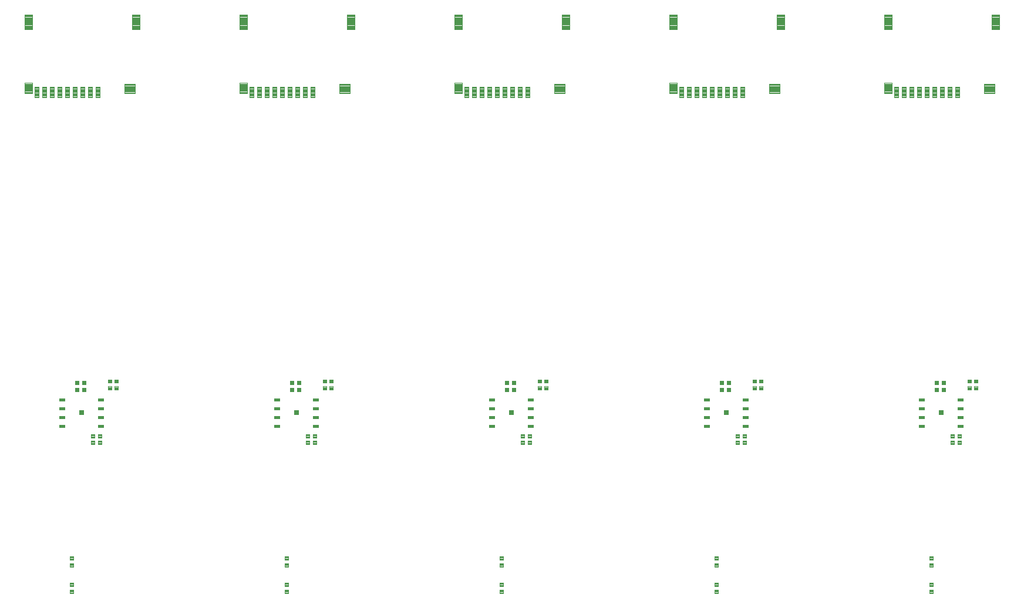
<source format=gbp>
G04 EAGLE Gerber RS-274X export*
G75*
%MOMM*%
%FSLAX34Y34*%
%LPD*%
%INSolderpaste Bottom*%
%IPPOS*%
%AMOC8*
5,1,8,0,0,1.08239X$1,22.5*%
G01*
%ADD10C,0.102000*%
%ADD11C,0.100000*%
%ADD12R,0.800000X0.800000*%
%ADD13C,0.105000*%
%ADD14C,0.096000*%
%ADD15C,0.098000*%


D10*
X149890Y369620D02*
X144910Y369620D01*
X144910Y374600D01*
X149890Y374600D01*
X149890Y369620D01*
X149890Y370589D02*
X144910Y370589D01*
X144910Y371558D02*
X149890Y371558D01*
X149890Y372527D02*
X144910Y372527D01*
X144910Y373496D02*
X149890Y373496D01*
X149890Y374465D02*
X144910Y374465D01*
X154910Y369620D02*
X159890Y369620D01*
X154910Y369620D02*
X154910Y374600D01*
X159890Y374600D01*
X159890Y369620D01*
X159890Y370589D02*
X154910Y370589D01*
X154910Y371558D02*
X159890Y371558D01*
X159890Y372527D02*
X154910Y372527D01*
X154910Y373496D02*
X159890Y373496D01*
X159890Y374465D02*
X154910Y374465D01*
D11*
X185170Y349980D02*
X185170Y345980D01*
X177670Y345980D01*
X177670Y349980D01*
X185170Y349980D01*
X185170Y346930D02*
X177670Y346930D01*
X177670Y347880D02*
X185170Y347880D01*
X185170Y348830D02*
X177670Y348830D01*
X177670Y349780D02*
X185170Y349780D01*
X185170Y337280D02*
X185170Y333280D01*
X177670Y333280D01*
X177670Y337280D01*
X185170Y337280D01*
X185170Y334230D02*
X177670Y334230D01*
X177670Y335180D02*
X185170Y335180D01*
X185170Y336130D02*
X177670Y336130D01*
X177670Y337080D02*
X185170Y337080D01*
X185170Y324580D02*
X185170Y320580D01*
X177670Y320580D01*
X177670Y324580D01*
X185170Y324580D01*
X185170Y321530D02*
X177670Y321530D01*
X177670Y322480D02*
X185170Y322480D01*
X185170Y323430D02*
X177670Y323430D01*
X177670Y324380D02*
X185170Y324380D01*
X185170Y311880D02*
X185170Y307880D01*
X177670Y307880D01*
X177670Y311880D01*
X185170Y311880D01*
X185170Y308830D02*
X177670Y308830D01*
X177670Y309780D02*
X185170Y309780D01*
X185170Y310730D02*
X177670Y310730D01*
X177670Y311680D02*
X185170Y311680D01*
X129670Y320580D02*
X129670Y324580D01*
X129670Y320580D02*
X122170Y320580D01*
X122170Y324580D01*
X129670Y324580D01*
X129670Y321530D02*
X122170Y321530D01*
X122170Y322480D02*
X129670Y322480D01*
X129670Y323430D02*
X122170Y323430D01*
X122170Y324380D02*
X129670Y324380D01*
X129670Y311880D02*
X129670Y307880D01*
X122170Y307880D01*
X122170Y311880D01*
X129670Y311880D01*
X129670Y308830D02*
X122170Y308830D01*
X122170Y309780D02*
X129670Y309780D01*
X129670Y310730D02*
X122170Y310730D01*
X122170Y311680D02*
X129670Y311680D01*
X129670Y333280D02*
X129670Y337280D01*
X129670Y333280D02*
X122170Y333280D01*
X122170Y337280D01*
X129670Y337280D01*
X129670Y334230D02*
X122170Y334230D01*
X122170Y335180D02*
X129670Y335180D01*
X129670Y336130D02*
X122170Y336130D01*
X122170Y337080D02*
X129670Y337080D01*
X129670Y345980D02*
X129670Y349980D01*
X129670Y345980D02*
X122170Y345980D01*
X122170Y349980D01*
X129670Y349980D01*
X129670Y346930D02*
X122170Y346930D01*
X122170Y347880D02*
X129670Y347880D01*
X129670Y348830D02*
X122170Y348830D01*
X122170Y349780D02*
X129670Y349780D01*
D12*
X153670Y328930D03*
D10*
X149890Y359460D02*
X144910Y359460D01*
X144910Y364440D01*
X149890Y364440D01*
X149890Y359460D01*
X149890Y360429D02*
X144910Y360429D01*
X144910Y361398D02*
X149890Y361398D01*
X149890Y362367D02*
X144910Y362367D01*
X144910Y363336D02*
X149890Y363336D01*
X149890Y364305D02*
X144910Y364305D01*
X154910Y359460D02*
X159890Y359460D01*
X154910Y359460D02*
X154910Y364440D01*
X159890Y364440D01*
X159890Y359460D01*
X159890Y360429D02*
X154910Y360429D01*
X154910Y361398D02*
X159890Y361398D01*
X159890Y362367D02*
X154910Y362367D01*
X154910Y363336D02*
X159890Y363336D01*
X159890Y364305D02*
X154910Y364305D01*
X197308Y362080D02*
X197308Y367060D01*
X197308Y362080D02*
X192328Y362080D01*
X192328Y367060D01*
X197308Y367060D01*
X197308Y363049D02*
X192328Y363049D01*
X192328Y364018D02*
X197308Y364018D01*
X197308Y364987D02*
X192328Y364987D01*
X192328Y365956D02*
X197308Y365956D01*
X197308Y366925D02*
X192328Y366925D01*
X197308Y372080D02*
X197308Y377060D01*
X197308Y372080D02*
X192328Y372080D01*
X192328Y377060D01*
X197308Y377060D01*
X197308Y373049D02*
X192328Y373049D01*
X192328Y374018D02*
X197308Y374018D01*
X197308Y374987D02*
X192328Y374987D01*
X192328Y375956D02*
X197308Y375956D01*
X197308Y376925D02*
X192328Y376925D01*
X206706Y367060D02*
X206706Y362080D01*
X201726Y362080D01*
X201726Y367060D01*
X206706Y367060D01*
X206706Y363049D02*
X201726Y363049D01*
X201726Y364018D02*
X206706Y364018D01*
X206706Y364987D02*
X201726Y364987D01*
X201726Y365956D02*
X206706Y365956D01*
X206706Y366925D02*
X201726Y366925D01*
X206706Y372080D02*
X206706Y377060D01*
X206706Y372080D02*
X201726Y372080D01*
X201726Y377060D01*
X206706Y377060D01*
X206706Y373049D02*
X201726Y373049D01*
X201726Y374018D02*
X206706Y374018D01*
X206706Y374987D02*
X201726Y374987D01*
X201726Y375956D02*
X206706Y375956D01*
X206706Y376925D02*
X201726Y376925D01*
D13*
X152465Y784145D02*
X152465Y799095D01*
X158415Y799095D01*
X158415Y784145D01*
X152465Y784145D01*
X152465Y785142D02*
X158415Y785142D01*
X158415Y786139D02*
X152465Y786139D01*
X152465Y787136D02*
X158415Y787136D01*
X158415Y788133D02*
X152465Y788133D01*
X152465Y789130D02*
X158415Y789130D01*
X158415Y790127D02*
X152465Y790127D01*
X152465Y791124D02*
X158415Y791124D01*
X158415Y792121D02*
X152465Y792121D01*
X152465Y793118D02*
X158415Y793118D01*
X158415Y794115D02*
X152465Y794115D01*
X152465Y795112D02*
X158415Y795112D01*
X158415Y796109D02*
X152465Y796109D01*
X152465Y797106D02*
X158415Y797106D01*
X158415Y798103D02*
X152465Y798103D01*
X163465Y799095D02*
X163465Y784145D01*
X163465Y799095D02*
X169415Y799095D01*
X169415Y784145D01*
X163465Y784145D01*
X163465Y785142D02*
X169415Y785142D01*
X169415Y786139D02*
X163465Y786139D01*
X163465Y787136D02*
X169415Y787136D01*
X169415Y788133D02*
X163465Y788133D01*
X163465Y789130D02*
X169415Y789130D01*
X169415Y790127D02*
X163465Y790127D01*
X163465Y791124D02*
X169415Y791124D01*
X169415Y792121D02*
X163465Y792121D01*
X163465Y793118D02*
X169415Y793118D01*
X169415Y794115D02*
X163465Y794115D01*
X163465Y795112D02*
X169415Y795112D01*
X169415Y796109D02*
X163465Y796109D01*
X163465Y797106D02*
X169415Y797106D01*
X169415Y798103D02*
X163465Y798103D01*
X174465Y799095D02*
X174465Y784145D01*
X174465Y799095D02*
X180415Y799095D01*
X180415Y784145D01*
X174465Y784145D01*
X174465Y785142D02*
X180415Y785142D01*
X180415Y786139D02*
X174465Y786139D01*
X174465Y787136D02*
X180415Y787136D01*
X180415Y788133D02*
X174465Y788133D01*
X174465Y789130D02*
X180415Y789130D01*
X180415Y790127D02*
X174465Y790127D01*
X174465Y791124D02*
X180415Y791124D01*
X180415Y792121D02*
X174465Y792121D01*
X174465Y793118D02*
X180415Y793118D01*
X180415Y794115D02*
X174465Y794115D01*
X174465Y795112D02*
X180415Y795112D01*
X180415Y796109D02*
X174465Y796109D01*
X174465Y797106D02*
X180415Y797106D01*
X180415Y798103D02*
X174465Y798103D01*
X141465Y799095D02*
X141465Y784145D01*
X141465Y799095D02*
X147415Y799095D01*
X147415Y784145D01*
X141465Y784145D01*
X141465Y785142D02*
X147415Y785142D01*
X147415Y786139D02*
X141465Y786139D01*
X141465Y787136D02*
X147415Y787136D01*
X147415Y788133D02*
X141465Y788133D01*
X141465Y789130D02*
X147415Y789130D01*
X147415Y790127D02*
X141465Y790127D01*
X141465Y791124D02*
X147415Y791124D01*
X147415Y792121D02*
X141465Y792121D01*
X141465Y793118D02*
X147415Y793118D01*
X147415Y794115D02*
X141465Y794115D01*
X141465Y795112D02*
X147415Y795112D01*
X147415Y796109D02*
X141465Y796109D01*
X141465Y797106D02*
X147415Y797106D01*
X147415Y798103D02*
X141465Y798103D01*
X130465Y799095D02*
X130465Y784145D01*
X130465Y799095D02*
X136415Y799095D01*
X136415Y784145D01*
X130465Y784145D01*
X130465Y785142D02*
X136415Y785142D01*
X136415Y786139D02*
X130465Y786139D01*
X130465Y787136D02*
X136415Y787136D01*
X136415Y788133D02*
X130465Y788133D01*
X130465Y789130D02*
X136415Y789130D01*
X136415Y790127D02*
X130465Y790127D01*
X130465Y791124D02*
X136415Y791124D01*
X136415Y792121D02*
X130465Y792121D01*
X130465Y793118D02*
X136415Y793118D01*
X136415Y794115D02*
X130465Y794115D01*
X130465Y795112D02*
X136415Y795112D01*
X136415Y796109D02*
X130465Y796109D01*
X130465Y797106D02*
X136415Y797106D01*
X136415Y798103D02*
X130465Y798103D01*
X119465Y799095D02*
X119465Y784145D01*
X119465Y799095D02*
X125415Y799095D01*
X125415Y784145D01*
X119465Y784145D01*
X119465Y785142D02*
X125415Y785142D01*
X125415Y786139D02*
X119465Y786139D01*
X119465Y787136D02*
X125415Y787136D01*
X125415Y788133D02*
X119465Y788133D01*
X119465Y789130D02*
X125415Y789130D01*
X125415Y790127D02*
X119465Y790127D01*
X119465Y791124D02*
X125415Y791124D01*
X125415Y792121D02*
X119465Y792121D01*
X119465Y793118D02*
X125415Y793118D01*
X125415Y794115D02*
X119465Y794115D01*
X119465Y795112D02*
X125415Y795112D01*
X125415Y796109D02*
X119465Y796109D01*
X119465Y797106D02*
X125415Y797106D01*
X125415Y798103D02*
X119465Y798103D01*
X108465Y799095D02*
X108465Y784145D01*
X108465Y799095D02*
X114415Y799095D01*
X114415Y784145D01*
X108465Y784145D01*
X108465Y785142D02*
X114415Y785142D01*
X114415Y786139D02*
X108465Y786139D01*
X108465Y787136D02*
X114415Y787136D01*
X114415Y788133D02*
X108465Y788133D01*
X108465Y789130D02*
X114415Y789130D01*
X114415Y790127D02*
X108465Y790127D01*
X108465Y791124D02*
X114415Y791124D01*
X114415Y792121D02*
X108465Y792121D01*
X108465Y793118D02*
X114415Y793118D01*
X114415Y794115D02*
X108465Y794115D01*
X108465Y795112D02*
X114415Y795112D01*
X114415Y796109D02*
X108465Y796109D01*
X108465Y797106D02*
X114415Y797106D01*
X114415Y798103D02*
X108465Y798103D01*
X97465Y799095D02*
X97465Y784145D01*
X97465Y799095D02*
X103415Y799095D01*
X103415Y784145D01*
X97465Y784145D01*
X97465Y785142D02*
X103415Y785142D01*
X103415Y786139D02*
X97465Y786139D01*
X97465Y787136D02*
X103415Y787136D01*
X103415Y788133D02*
X97465Y788133D01*
X97465Y789130D02*
X103415Y789130D01*
X103415Y790127D02*
X97465Y790127D01*
X97465Y791124D02*
X103415Y791124D01*
X103415Y792121D02*
X97465Y792121D01*
X97465Y793118D02*
X103415Y793118D01*
X103415Y794115D02*
X97465Y794115D01*
X97465Y795112D02*
X103415Y795112D01*
X103415Y796109D02*
X97465Y796109D01*
X97465Y797106D02*
X103415Y797106D01*
X103415Y798103D02*
X97465Y798103D01*
X86465Y799095D02*
X86465Y784145D01*
X86465Y799095D02*
X92415Y799095D01*
X92415Y784145D01*
X86465Y784145D01*
X86465Y785142D02*
X92415Y785142D01*
X92415Y786139D02*
X86465Y786139D01*
X86465Y787136D02*
X92415Y787136D01*
X92415Y788133D02*
X86465Y788133D01*
X86465Y789130D02*
X92415Y789130D01*
X92415Y790127D02*
X86465Y790127D01*
X86465Y791124D02*
X92415Y791124D01*
X92415Y792121D02*
X86465Y792121D01*
X86465Y793118D02*
X92415Y793118D01*
X92415Y794115D02*
X86465Y794115D01*
X86465Y795112D02*
X92415Y795112D01*
X92415Y796109D02*
X86465Y796109D01*
X86465Y797106D02*
X92415Y797106D01*
X92415Y798103D02*
X86465Y798103D01*
D14*
X226920Y882100D02*
X237960Y882100D01*
X226920Y882100D02*
X226920Y903140D01*
X237960Y903140D01*
X237960Y882100D01*
X237960Y883012D02*
X226920Y883012D01*
X226920Y883924D02*
X237960Y883924D01*
X237960Y884836D02*
X226920Y884836D01*
X226920Y885748D02*
X237960Y885748D01*
X237960Y886660D02*
X226920Y886660D01*
X226920Y887572D02*
X237960Y887572D01*
X237960Y888484D02*
X226920Y888484D01*
X226920Y889396D02*
X237960Y889396D01*
X237960Y890308D02*
X226920Y890308D01*
X226920Y891220D02*
X237960Y891220D01*
X237960Y892132D02*
X226920Y892132D01*
X226920Y893044D02*
X237960Y893044D01*
X237960Y893956D02*
X226920Y893956D01*
X226920Y894868D02*
X237960Y894868D01*
X237960Y895780D02*
X226920Y895780D01*
X226920Y896692D02*
X237960Y896692D01*
X237960Y897604D02*
X226920Y897604D01*
X226920Y898516D02*
X237960Y898516D01*
X237960Y899428D02*
X226920Y899428D01*
X226920Y900340D02*
X237960Y900340D01*
X237960Y901252D02*
X226920Y901252D01*
X226920Y902164D02*
X237960Y902164D01*
X237960Y903076D02*
X226920Y903076D01*
X82960Y882100D02*
X71920Y882100D01*
X71920Y903140D01*
X82960Y903140D01*
X82960Y882100D01*
X82960Y883012D02*
X71920Y883012D01*
X71920Y883924D02*
X82960Y883924D01*
X82960Y884836D02*
X71920Y884836D01*
X71920Y885748D02*
X82960Y885748D01*
X82960Y886660D02*
X71920Y886660D01*
X71920Y887572D02*
X82960Y887572D01*
X82960Y888484D02*
X71920Y888484D01*
X71920Y889396D02*
X82960Y889396D01*
X82960Y890308D02*
X71920Y890308D01*
X71920Y891220D02*
X82960Y891220D01*
X82960Y892132D02*
X71920Y892132D01*
X71920Y893044D02*
X82960Y893044D01*
X82960Y893956D02*
X71920Y893956D01*
X71920Y894868D02*
X82960Y894868D01*
X82960Y895780D02*
X71920Y895780D01*
X71920Y896692D02*
X82960Y896692D01*
X82960Y897604D02*
X71920Y897604D01*
X71920Y898516D02*
X82960Y898516D01*
X82960Y899428D02*
X71920Y899428D01*
X71920Y900340D02*
X82960Y900340D01*
X82960Y901252D02*
X71920Y901252D01*
X71920Y902164D02*
X82960Y902164D01*
X82960Y903076D02*
X71920Y903076D01*
D15*
X215930Y790110D02*
X230950Y790110D01*
X215930Y790110D02*
X215930Y803130D01*
X230950Y803130D01*
X230950Y790110D01*
X230950Y791041D02*
X215930Y791041D01*
X215930Y791972D02*
X230950Y791972D01*
X230950Y792903D02*
X215930Y792903D01*
X215930Y793834D02*
X230950Y793834D01*
X230950Y794765D02*
X215930Y794765D01*
X215930Y795696D02*
X230950Y795696D01*
X230950Y796627D02*
X215930Y796627D01*
X215930Y797558D02*
X230950Y797558D01*
X230950Y798489D02*
X215930Y798489D01*
X215930Y799420D02*
X230950Y799420D01*
X230950Y800351D02*
X215930Y800351D01*
X215930Y801282D02*
X230950Y801282D01*
X230950Y802213D02*
X215930Y802213D01*
D14*
X82960Y790100D02*
X71920Y790100D01*
X71920Y805140D01*
X82960Y805140D01*
X82960Y790100D01*
X82960Y791012D02*
X71920Y791012D01*
X71920Y791924D02*
X82960Y791924D01*
X82960Y792836D02*
X71920Y792836D01*
X71920Y793748D02*
X82960Y793748D01*
X82960Y794660D02*
X71920Y794660D01*
X71920Y795572D02*
X82960Y795572D01*
X82960Y796484D02*
X71920Y796484D01*
X71920Y797396D02*
X82960Y797396D01*
X82960Y798308D02*
X71920Y798308D01*
X71920Y799220D02*
X82960Y799220D01*
X82960Y800132D02*
X71920Y800132D01*
X71920Y801044D02*
X82960Y801044D01*
X82960Y801956D02*
X71920Y801956D01*
X71920Y802868D02*
X82960Y802868D01*
X82960Y803780D02*
X71920Y803780D01*
X71920Y804692D02*
X82960Y804692D01*
D10*
X142190Y73690D02*
X142190Y68710D01*
X137210Y68710D01*
X137210Y73690D01*
X142190Y73690D01*
X142190Y69679D02*
X137210Y69679D01*
X137210Y70648D02*
X142190Y70648D01*
X142190Y71617D02*
X137210Y71617D01*
X137210Y72586D02*
X142190Y72586D01*
X142190Y73555D02*
X137210Y73555D01*
X142190Y78710D02*
X142190Y83690D01*
X142190Y78710D02*
X137210Y78710D01*
X137210Y83690D01*
X142190Y83690D01*
X142190Y79679D02*
X137210Y79679D01*
X137210Y80648D02*
X142190Y80648D01*
X142190Y81617D02*
X137210Y81617D01*
X137210Y82586D02*
X142190Y82586D01*
X142190Y83555D02*
X137210Y83555D01*
X137210Y116810D02*
X137210Y121790D01*
X142190Y121790D01*
X142190Y116810D01*
X137210Y116810D01*
X137210Y117779D02*
X142190Y117779D01*
X142190Y118748D02*
X137210Y118748D01*
X137210Y119717D02*
X142190Y119717D01*
X142190Y120686D02*
X137210Y120686D01*
X137210Y121655D02*
X142190Y121655D01*
X137210Y111790D02*
X137210Y106810D01*
X137210Y111790D02*
X142190Y111790D01*
X142190Y106810D01*
X137210Y106810D01*
X137210Y107779D02*
X142190Y107779D01*
X142190Y108748D02*
X137210Y108748D01*
X137210Y109717D02*
X142190Y109717D01*
X142190Y110686D02*
X137210Y110686D01*
X137210Y111655D02*
X142190Y111655D01*
X167516Y283641D02*
X172496Y283641D01*
X167516Y283641D02*
X167516Y288621D01*
X172496Y288621D01*
X172496Y283641D01*
X172496Y284610D02*
X167516Y284610D01*
X167516Y285579D02*
X172496Y285579D01*
X172496Y286548D02*
X167516Y286548D01*
X167516Y287517D02*
X172496Y287517D01*
X172496Y288486D02*
X167516Y288486D01*
X177516Y283641D02*
X182496Y283641D01*
X177516Y283641D02*
X177516Y288621D01*
X182496Y288621D01*
X182496Y283641D01*
X182496Y284610D02*
X177516Y284610D01*
X177516Y285579D02*
X182496Y285579D01*
X182496Y286548D02*
X177516Y286548D01*
X177516Y287517D02*
X182496Y287517D01*
X182496Y288486D02*
X177516Y288486D01*
X172496Y292912D02*
X167516Y292912D01*
X167516Y297892D01*
X172496Y297892D01*
X172496Y292912D01*
X172496Y293881D02*
X167516Y293881D01*
X167516Y294850D02*
X172496Y294850D01*
X172496Y295819D02*
X167516Y295819D01*
X167516Y296788D02*
X172496Y296788D01*
X172496Y297757D02*
X167516Y297757D01*
X177516Y292912D02*
X182496Y292912D01*
X177516Y292912D02*
X177516Y297892D01*
X182496Y297892D01*
X182496Y292912D01*
X182496Y293881D02*
X177516Y293881D01*
X177516Y294850D02*
X182496Y294850D01*
X182496Y295819D02*
X177516Y295819D01*
X177516Y296788D02*
X182496Y296788D01*
X182496Y297757D02*
X177516Y297757D01*
X454790Y369620D02*
X459770Y369620D01*
X454790Y369620D02*
X454790Y374600D01*
X459770Y374600D01*
X459770Y369620D01*
X459770Y370589D02*
X454790Y370589D01*
X454790Y371558D02*
X459770Y371558D01*
X459770Y372527D02*
X454790Y372527D01*
X454790Y373496D02*
X459770Y373496D01*
X459770Y374465D02*
X454790Y374465D01*
X464790Y369620D02*
X469770Y369620D01*
X464790Y369620D02*
X464790Y374600D01*
X469770Y374600D01*
X469770Y369620D01*
X469770Y370589D02*
X464790Y370589D01*
X464790Y371558D02*
X469770Y371558D01*
X469770Y372527D02*
X464790Y372527D01*
X464790Y373496D02*
X469770Y373496D01*
X469770Y374465D02*
X464790Y374465D01*
D11*
X495050Y349980D02*
X495050Y345980D01*
X487550Y345980D01*
X487550Y349980D01*
X495050Y349980D01*
X495050Y346930D02*
X487550Y346930D01*
X487550Y347880D02*
X495050Y347880D01*
X495050Y348830D02*
X487550Y348830D01*
X487550Y349780D02*
X495050Y349780D01*
X495050Y337280D02*
X495050Y333280D01*
X487550Y333280D01*
X487550Y337280D01*
X495050Y337280D01*
X495050Y334230D02*
X487550Y334230D01*
X487550Y335180D02*
X495050Y335180D01*
X495050Y336130D02*
X487550Y336130D01*
X487550Y337080D02*
X495050Y337080D01*
X495050Y324580D02*
X495050Y320580D01*
X487550Y320580D01*
X487550Y324580D01*
X495050Y324580D01*
X495050Y321530D02*
X487550Y321530D01*
X487550Y322480D02*
X495050Y322480D01*
X495050Y323430D02*
X487550Y323430D01*
X487550Y324380D02*
X495050Y324380D01*
X495050Y311880D02*
X495050Y307880D01*
X487550Y307880D01*
X487550Y311880D01*
X495050Y311880D01*
X495050Y308830D02*
X487550Y308830D01*
X487550Y309780D02*
X495050Y309780D01*
X495050Y310730D02*
X487550Y310730D01*
X487550Y311680D02*
X495050Y311680D01*
X439550Y320580D02*
X439550Y324580D01*
X439550Y320580D02*
X432050Y320580D01*
X432050Y324580D01*
X439550Y324580D01*
X439550Y321530D02*
X432050Y321530D01*
X432050Y322480D02*
X439550Y322480D01*
X439550Y323430D02*
X432050Y323430D01*
X432050Y324380D02*
X439550Y324380D01*
X439550Y311880D02*
X439550Y307880D01*
X432050Y307880D01*
X432050Y311880D01*
X439550Y311880D01*
X439550Y308830D02*
X432050Y308830D01*
X432050Y309780D02*
X439550Y309780D01*
X439550Y310730D02*
X432050Y310730D01*
X432050Y311680D02*
X439550Y311680D01*
X439550Y333280D02*
X439550Y337280D01*
X439550Y333280D02*
X432050Y333280D01*
X432050Y337280D01*
X439550Y337280D01*
X439550Y334230D02*
X432050Y334230D01*
X432050Y335180D02*
X439550Y335180D01*
X439550Y336130D02*
X432050Y336130D01*
X432050Y337080D02*
X439550Y337080D01*
X439550Y345980D02*
X439550Y349980D01*
X439550Y345980D02*
X432050Y345980D01*
X432050Y349980D01*
X439550Y349980D01*
X439550Y346930D02*
X432050Y346930D01*
X432050Y347880D02*
X439550Y347880D01*
X439550Y348830D02*
X432050Y348830D01*
X432050Y349780D02*
X439550Y349780D01*
D12*
X463550Y328930D03*
D10*
X459770Y359460D02*
X454790Y359460D01*
X454790Y364440D01*
X459770Y364440D01*
X459770Y359460D01*
X459770Y360429D02*
X454790Y360429D01*
X454790Y361398D02*
X459770Y361398D01*
X459770Y362367D02*
X454790Y362367D01*
X454790Y363336D02*
X459770Y363336D01*
X459770Y364305D02*
X454790Y364305D01*
X464790Y359460D02*
X469770Y359460D01*
X464790Y359460D02*
X464790Y364440D01*
X469770Y364440D01*
X469770Y359460D01*
X469770Y360429D02*
X464790Y360429D01*
X464790Y361398D02*
X469770Y361398D01*
X469770Y362367D02*
X464790Y362367D01*
X464790Y363336D02*
X469770Y363336D01*
X469770Y364305D02*
X464790Y364305D01*
X507188Y362080D02*
X507188Y367060D01*
X507188Y362080D02*
X502208Y362080D01*
X502208Y367060D01*
X507188Y367060D01*
X507188Y363049D02*
X502208Y363049D01*
X502208Y364018D02*
X507188Y364018D01*
X507188Y364987D02*
X502208Y364987D01*
X502208Y365956D02*
X507188Y365956D01*
X507188Y366925D02*
X502208Y366925D01*
X507188Y372080D02*
X507188Y377060D01*
X507188Y372080D02*
X502208Y372080D01*
X502208Y377060D01*
X507188Y377060D01*
X507188Y373049D02*
X502208Y373049D01*
X502208Y374018D02*
X507188Y374018D01*
X507188Y374987D02*
X502208Y374987D01*
X502208Y375956D02*
X507188Y375956D01*
X507188Y376925D02*
X502208Y376925D01*
X516586Y367060D02*
X516586Y362080D01*
X511606Y362080D01*
X511606Y367060D01*
X516586Y367060D01*
X516586Y363049D02*
X511606Y363049D01*
X511606Y364018D02*
X516586Y364018D01*
X516586Y364987D02*
X511606Y364987D01*
X511606Y365956D02*
X516586Y365956D01*
X516586Y366925D02*
X511606Y366925D01*
X516586Y372080D02*
X516586Y377060D01*
X516586Y372080D02*
X511606Y372080D01*
X511606Y377060D01*
X516586Y377060D01*
X516586Y373049D02*
X511606Y373049D01*
X511606Y374018D02*
X516586Y374018D01*
X516586Y374987D02*
X511606Y374987D01*
X511606Y375956D02*
X516586Y375956D01*
X516586Y376925D02*
X511606Y376925D01*
D13*
X462345Y784145D02*
X462345Y799095D01*
X468295Y799095D01*
X468295Y784145D01*
X462345Y784145D01*
X462345Y785142D02*
X468295Y785142D01*
X468295Y786139D02*
X462345Y786139D01*
X462345Y787136D02*
X468295Y787136D01*
X468295Y788133D02*
X462345Y788133D01*
X462345Y789130D02*
X468295Y789130D01*
X468295Y790127D02*
X462345Y790127D01*
X462345Y791124D02*
X468295Y791124D01*
X468295Y792121D02*
X462345Y792121D01*
X462345Y793118D02*
X468295Y793118D01*
X468295Y794115D02*
X462345Y794115D01*
X462345Y795112D02*
X468295Y795112D01*
X468295Y796109D02*
X462345Y796109D01*
X462345Y797106D02*
X468295Y797106D01*
X468295Y798103D02*
X462345Y798103D01*
X473345Y799095D02*
X473345Y784145D01*
X473345Y799095D02*
X479295Y799095D01*
X479295Y784145D01*
X473345Y784145D01*
X473345Y785142D02*
X479295Y785142D01*
X479295Y786139D02*
X473345Y786139D01*
X473345Y787136D02*
X479295Y787136D01*
X479295Y788133D02*
X473345Y788133D01*
X473345Y789130D02*
X479295Y789130D01*
X479295Y790127D02*
X473345Y790127D01*
X473345Y791124D02*
X479295Y791124D01*
X479295Y792121D02*
X473345Y792121D01*
X473345Y793118D02*
X479295Y793118D01*
X479295Y794115D02*
X473345Y794115D01*
X473345Y795112D02*
X479295Y795112D01*
X479295Y796109D02*
X473345Y796109D01*
X473345Y797106D02*
X479295Y797106D01*
X479295Y798103D02*
X473345Y798103D01*
X484345Y799095D02*
X484345Y784145D01*
X484345Y799095D02*
X490295Y799095D01*
X490295Y784145D01*
X484345Y784145D01*
X484345Y785142D02*
X490295Y785142D01*
X490295Y786139D02*
X484345Y786139D01*
X484345Y787136D02*
X490295Y787136D01*
X490295Y788133D02*
X484345Y788133D01*
X484345Y789130D02*
X490295Y789130D01*
X490295Y790127D02*
X484345Y790127D01*
X484345Y791124D02*
X490295Y791124D01*
X490295Y792121D02*
X484345Y792121D01*
X484345Y793118D02*
X490295Y793118D01*
X490295Y794115D02*
X484345Y794115D01*
X484345Y795112D02*
X490295Y795112D01*
X490295Y796109D02*
X484345Y796109D01*
X484345Y797106D02*
X490295Y797106D01*
X490295Y798103D02*
X484345Y798103D01*
X451345Y799095D02*
X451345Y784145D01*
X451345Y799095D02*
X457295Y799095D01*
X457295Y784145D01*
X451345Y784145D01*
X451345Y785142D02*
X457295Y785142D01*
X457295Y786139D02*
X451345Y786139D01*
X451345Y787136D02*
X457295Y787136D01*
X457295Y788133D02*
X451345Y788133D01*
X451345Y789130D02*
X457295Y789130D01*
X457295Y790127D02*
X451345Y790127D01*
X451345Y791124D02*
X457295Y791124D01*
X457295Y792121D02*
X451345Y792121D01*
X451345Y793118D02*
X457295Y793118D01*
X457295Y794115D02*
X451345Y794115D01*
X451345Y795112D02*
X457295Y795112D01*
X457295Y796109D02*
X451345Y796109D01*
X451345Y797106D02*
X457295Y797106D01*
X457295Y798103D02*
X451345Y798103D01*
X440345Y799095D02*
X440345Y784145D01*
X440345Y799095D02*
X446295Y799095D01*
X446295Y784145D01*
X440345Y784145D01*
X440345Y785142D02*
X446295Y785142D01*
X446295Y786139D02*
X440345Y786139D01*
X440345Y787136D02*
X446295Y787136D01*
X446295Y788133D02*
X440345Y788133D01*
X440345Y789130D02*
X446295Y789130D01*
X446295Y790127D02*
X440345Y790127D01*
X440345Y791124D02*
X446295Y791124D01*
X446295Y792121D02*
X440345Y792121D01*
X440345Y793118D02*
X446295Y793118D01*
X446295Y794115D02*
X440345Y794115D01*
X440345Y795112D02*
X446295Y795112D01*
X446295Y796109D02*
X440345Y796109D01*
X440345Y797106D02*
X446295Y797106D01*
X446295Y798103D02*
X440345Y798103D01*
X429345Y799095D02*
X429345Y784145D01*
X429345Y799095D02*
X435295Y799095D01*
X435295Y784145D01*
X429345Y784145D01*
X429345Y785142D02*
X435295Y785142D01*
X435295Y786139D02*
X429345Y786139D01*
X429345Y787136D02*
X435295Y787136D01*
X435295Y788133D02*
X429345Y788133D01*
X429345Y789130D02*
X435295Y789130D01*
X435295Y790127D02*
X429345Y790127D01*
X429345Y791124D02*
X435295Y791124D01*
X435295Y792121D02*
X429345Y792121D01*
X429345Y793118D02*
X435295Y793118D01*
X435295Y794115D02*
X429345Y794115D01*
X429345Y795112D02*
X435295Y795112D01*
X435295Y796109D02*
X429345Y796109D01*
X429345Y797106D02*
X435295Y797106D01*
X435295Y798103D02*
X429345Y798103D01*
X418345Y799095D02*
X418345Y784145D01*
X418345Y799095D02*
X424295Y799095D01*
X424295Y784145D01*
X418345Y784145D01*
X418345Y785142D02*
X424295Y785142D01*
X424295Y786139D02*
X418345Y786139D01*
X418345Y787136D02*
X424295Y787136D01*
X424295Y788133D02*
X418345Y788133D01*
X418345Y789130D02*
X424295Y789130D01*
X424295Y790127D02*
X418345Y790127D01*
X418345Y791124D02*
X424295Y791124D01*
X424295Y792121D02*
X418345Y792121D01*
X418345Y793118D02*
X424295Y793118D01*
X424295Y794115D02*
X418345Y794115D01*
X418345Y795112D02*
X424295Y795112D01*
X424295Y796109D02*
X418345Y796109D01*
X418345Y797106D02*
X424295Y797106D01*
X424295Y798103D02*
X418345Y798103D01*
X407345Y799095D02*
X407345Y784145D01*
X407345Y799095D02*
X413295Y799095D01*
X413295Y784145D01*
X407345Y784145D01*
X407345Y785142D02*
X413295Y785142D01*
X413295Y786139D02*
X407345Y786139D01*
X407345Y787136D02*
X413295Y787136D01*
X413295Y788133D02*
X407345Y788133D01*
X407345Y789130D02*
X413295Y789130D01*
X413295Y790127D02*
X407345Y790127D01*
X407345Y791124D02*
X413295Y791124D01*
X413295Y792121D02*
X407345Y792121D01*
X407345Y793118D02*
X413295Y793118D01*
X413295Y794115D02*
X407345Y794115D01*
X407345Y795112D02*
X413295Y795112D01*
X413295Y796109D02*
X407345Y796109D01*
X407345Y797106D02*
X413295Y797106D01*
X413295Y798103D02*
X407345Y798103D01*
X396345Y799095D02*
X396345Y784145D01*
X396345Y799095D02*
X402295Y799095D01*
X402295Y784145D01*
X396345Y784145D01*
X396345Y785142D02*
X402295Y785142D01*
X402295Y786139D02*
X396345Y786139D01*
X396345Y787136D02*
X402295Y787136D01*
X402295Y788133D02*
X396345Y788133D01*
X396345Y789130D02*
X402295Y789130D01*
X402295Y790127D02*
X396345Y790127D01*
X396345Y791124D02*
X402295Y791124D01*
X402295Y792121D02*
X396345Y792121D01*
X396345Y793118D02*
X402295Y793118D01*
X402295Y794115D02*
X396345Y794115D01*
X396345Y795112D02*
X402295Y795112D01*
X402295Y796109D02*
X396345Y796109D01*
X396345Y797106D02*
X402295Y797106D01*
X402295Y798103D02*
X396345Y798103D01*
D14*
X536800Y882100D02*
X547840Y882100D01*
X536800Y882100D02*
X536800Y903140D01*
X547840Y903140D01*
X547840Y882100D01*
X547840Y883012D02*
X536800Y883012D01*
X536800Y883924D02*
X547840Y883924D01*
X547840Y884836D02*
X536800Y884836D01*
X536800Y885748D02*
X547840Y885748D01*
X547840Y886660D02*
X536800Y886660D01*
X536800Y887572D02*
X547840Y887572D01*
X547840Y888484D02*
X536800Y888484D01*
X536800Y889396D02*
X547840Y889396D01*
X547840Y890308D02*
X536800Y890308D01*
X536800Y891220D02*
X547840Y891220D01*
X547840Y892132D02*
X536800Y892132D01*
X536800Y893044D02*
X547840Y893044D01*
X547840Y893956D02*
X536800Y893956D01*
X536800Y894868D02*
X547840Y894868D01*
X547840Y895780D02*
X536800Y895780D01*
X536800Y896692D02*
X547840Y896692D01*
X547840Y897604D02*
X536800Y897604D01*
X536800Y898516D02*
X547840Y898516D01*
X547840Y899428D02*
X536800Y899428D01*
X536800Y900340D02*
X547840Y900340D01*
X547840Y901252D02*
X536800Y901252D01*
X536800Y902164D02*
X547840Y902164D01*
X547840Y903076D02*
X536800Y903076D01*
X392840Y882100D02*
X381800Y882100D01*
X381800Y903140D01*
X392840Y903140D01*
X392840Y882100D01*
X392840Y883012D02*
X381800Y883012D01*
X381800Y883924D02*
X392840Y883924D01*
X392840Y884836D02*
X381800Y884836D01*
X381800Y885748D02*
X392840Y885748D01*
X392840Y886660D02*
X381800Y886660D01*
X381800Y887572D02*
X392840Y887572D01*
X392840Y888484D02*
X381800Y888484D01*
X381800Y889396D02*
X392840Y889396D01*
X392840Y890308D02*
X381800Y890308D01*
X381800Y891220D02*
X392840Y891220D01*
X392840Y892132D02*
X381800Y892132D01*
X381800Y893044D02*
X392840Y893044D01*
X392840Y893956D02*
X381800Y893956D01*
X381800Y894868D02*
X392840Y894868D01*
X392840Y895780D02*
X381800Y895780D01*
X381800Y896692D02*
X392840Y896692D01*
X392840Y897604D02*
X381800Y897604D01*
X381800Y898516D02*
X392840Y898516D01*
X392840Y899428D02*
X381800Y899428D01*
X381800Y900340D02*
X392840Y900340D01*
X392840Y901252D02*
X381800Y901252D01*
X381800Y902164D02*
X392840Y902164D01*
X392840Y903076D02*
X381800Y903076D01*
D15*
X525810Y790110D02*
X540830Y790110D01*
X525810Y790110D02*
X525810Y803130D01*
X540830Y803130D01*
X540830Y790110D01*
X540830Y791041D02*
X525810Y791041D01*
X525810Y791972D02*
X540830Y791972D01*
X540830Y792903D02*
X525810Y792903D01*
X525810Y793834D02*
X540830Y793834D01*
X540830Y794765D02*
X525810Y794765D01*
X525810Y795696D02*
X540830Y795696D01*
X540830Y796627D02*
X525810Y796627D01*
X525810Y797558D02*
X540830Y797558D01*
X540830Y798489D02*
X525810Y798489D01*
X525810Y799420D02*
X540830Y799420D01*
X540830Y800351D02*
X525810Y800351D01*
X525810Y801282D02*
X540830Y801282D01*
X540830Y802213D02*
X525810Y802213D01*
D14*
X392840Y790100D02*
X381800Y790100D01*
X381800Y805140D01*
X392840Y805140D01*
X392840Y790100D01*
X392840Y791012D02*
X381800Y791012D01*
X381800Y791924D02*
X392840Y791924D01*
X392840Y792836D02*
X381800Y792836D01*
X381800Y793748D02*
X392840Y793748D01*
X392840Y794660D02*
X381800Y794660D01*
X381800Y795572D02*
X392840Y795572D01*
X392840Y796484D02*
X381800Y796484D01*
X381800Y797396D02*
X392840Y797396D01*
X392840Y798308D02*
X381800Y798308D01*
X381800Y799220D02*
X392840Y799220D01*
X392840Y800132D02*
X381800Y800132D01*
X381800Y801044D02*
X392840Y801044D01*
X392840Y801956D02*
X381800Y801956D01*
X381800Y802868D02*
X392840Y802868D01*
X392840Y803780D02*
X381800Y803780D01*
X381800Y804692D02*
X392840Y804692D01*
D10*
X452070Y73690D02*
X452070Y68710D01*
X447090Y68710D01*
X447090Y73690D01*
X452070Y73690D01*
X452070Y69679D02*
X447090Y69679D01*
X447090Y70648D02*
X452070Y70648D01*
X452070Y71617D02*
X447090Y71617D01*
X447090Y72586D02*
X452070Y72586D01*
X452070Y73555D02*
X447090Y73555D01*
X452070Y78710D02*
X452070Y83690D01*
X452070Y78710D02*
X447090Y78710D01*
X447090Y83690D01*
X452070Y83690D01*
X452070Y79679D02*
X447090Y79679D01*
X447090Y80648D02*
X452070Y80648D01*
X452070Y81617D02*
X447090Y81617D01*
X447090Y82586D02*
X452070Y82586D01*
X452070Y83555D02*
X447090Y83555D01*
X447090Y116810D02*
X447090Y121790D01*
X452070Y121790D01*
X452070Y116810D01*
X447090Y116810D01*
X447090Y117779D02*
X452070Y117779D01*
X452070Y118748D02*
X447090Y118748D01*
X447090Y119717D02*
X452070Y119717D01*
X452070Y120686D02*
X447090Y120686D01*
X447090Y121655D02*
X452070Y121655D01*
X447090Y111790D02*
X447090Y106810D01*
X447090Y111790D02*
X452070Y111790D01*
X452070Y106810D01*
X447090Y106810D01*
X447090Y107779D02*
X452070Y107779D01*
X452070Y108748D02*
X447090Y108748D01*
X447090Y109717D02*
X452070Y109717D01*
X452070Y110686D02*
X447090Y110686D01*
X447090Y111655D02*
X452070Y111655D01*
X477396Y283641D02*
X482376Y283641D01*
X477396Y283641D02*
X477396Y288621D01*
X482376Y288621D01*
X482376Y283641D01*
X482376Y284610D02*
X477396Y284610D01*
X477396Y285579D02*
X482376Y285579D01*
X482376Y286548D02*
X477396Y286548D01*
X477396Y287517D02*
X482376Y287517D01*
X482376Y288486D02*
X477396Y288486D01*
X487396Y283641D02*
X492376Y283641D01*
X487396Y283641D02*
X487396Y288621D01*
X492376Y288621D01*
X492376Y283641D01*
X492376Y284610D02*
X487396Y284610D01*
X487396Y285579D02*
X492376Y285579D01*
X492376Y286548D02*
X487396Y286548D01*
X487396Y287517D02*
X492376Y287517D01*
X492376Y288486D02*
X487396Y288486D01*
X482376Y292912D02*
X477396Y292912D01*
X477396Y297892D01*
X482376Y297892D01*
X482376Y292912D01*
X482376Y293881D02*
X477396Y293881D01*
X477396Y294850D02*
X482376Y294850D01*
X482376Y295819D02*
X477396Y295819D01*
X477396Y296788D02*
X482376Y296788D01*
X482376Y297757D02*
X477396Y297757D01*
X487396Y292912D02*
X492376Y292912D01*
X487396Y292912D02*
X487396Y297892D01*
X492376Y297892D01*
X492376Y292912D01*
X492376Y293881D02*
X487396Y293881D01*
X487396Y294850D02*
X492376Y294850D01*
X492376Y295819D02*
X487396Y295819D01*
X487396Y296788D02*
X492376Y296788D01*
X492376Y297757D02*
X487396Y297757D01*
X764670Y369620D02*
X769650Y369620D01*
X764670Y369620D02*
X764670Y374600D01*
X769650Y374600D01*
X769650Y369620D01*
X769650Y370589D02*
X764670Y370589D01*
X764670Y371558D02*
X769650Y371558D01*
X769650Y372527D02*
X764670Y372527D01*
X764670Y373496D02*
X769650Y373496D01*
X769650Y374465D02*
X764670Y374465D01*
X774670Y369620D02*
X779650Y369620D01*
X774670Y369620D02*
X774670Y374600D01*
X779650Y374600D01*
X779650Y369620D01*
X779650Y370589D02*
X774670Y370589D01*
X774670Y371558D02*
X779650Y371558D01*
X779650Y372527D02*
X774670Y372527D01*
X774670Y373496D02*
X779650Y373496D01*
X779650Y374465D02*
X774670Y374465D01*
D11*
X804930Y349980D02*
X804930Y345980D01*
X797430Y345980D01*
X797430Y349980D01*
X804930Y349980D01*
X804930Y346930D02*
X797430Y346930D01*
X797430Y347880D02*
X804930Y347880D01*
X804930Y348830D02*
X797430Y348830D01*
X797430Y349780D02*
X804930Y349780D01*
X804930Y337280D02*
X804930Y333280D01*
X797430Y333280D01*
X797430Y337280D01*
X804930Y337280D01*
X804930Y334230D02*
X797430Y334230D01*
X797430Y335180D02*
X804930Y335180D01*
X804930Y336130D02*
X797430Y336130D01*
X797430Y337080D02*
X804930Y337080D01*
X804930Y324580D02*
X804930Y320580D01*
X797430Y320580D01*
X797430Y324580D01*
X804930Y324580D01*
X804930Y321530D02*
X797430Y321530D01*
X797430Y322480D02*
X804930Y322480D01*
X804930Y323430D02*
X797430Y323430D01*
X797430Y324380D02*
X804930Y324380D01*
X804930Y311880D02*
X804930Y307880D01*
X797430Y307880D01*
X797430Y311880D01*
X804930Y311880D01*
X804930Y308830D02*
X797430Y308830D01*
X797430Y309780D02*
X804930Y309780D01*
X804930Y310730D02*
X797430Y310730D01*
X797430Y311680D02*
X804930Y311680D01*
X749430Y320580D02*
X749430Y324580D01*
X749430Y320580D02*
X741930Y320580D01*
X741930Y324580D01*
X749430Y324580D01*
X749430Y321530D02*
X741930Y321530D01*
X741930Y322480D02*
X749430Y322480D01*
X749430Y323430D02*
X741930Y323430D01*
X741930Y324380D02*
X749430Y324380D01*
X749430Y311880D02*
X749430Y307880D01*
X741930Y307880D01*
X741930Y311880D01*
X749430Y311880D01*
X749430Y308830D02*
X741930Y308830D01*
X741930Y309780D02*
X749430Y309780D01*
X749430Y310730D02*
X741930Y310730D01*
X741930Y311680D02*
X749430Y311680D01*
X749430Y333280D02*
X749430Y337280D01*
X749430Y333280D02*
X741930Y333280D01*
X741930Y337280D01*
X749430Y337280D01*
X749430Y334230D02*
X741930Y334230D01*
X741930Y335180D02*
X749430Y335180D01*
X749430Y336130D02*
X741930Y336130D01*
X741930Y337080D02*
X749430Y337080D01*
X749430Y345980D02*
X749430Y349980D01*
X749430Y345980D02*
X741930Y345980D01*
X741930Y349980D01*
X749430Y349980D01*
X749430Y346930D02*
X741930Y346930D01*
X741930Y347880D02*
X749430Y347880D01*
X749430Y348830D02*
X741930Y348830D01*
X741930Y349780D02*
X749430Y349780D01*
D12*
X773430Y328930D03*
D10*
X769650Y359460D02*
X764670Y359460D01*
X764670Y364440D01*
X769650Y364440D01*
X769650Y359460D01*
X769650Y360429D02*
X764670Y360429D01*
X764670Y361398D02*
X769650Y361398D01*
X769650Y362367D02*
X764670Y362367D01*
X764670Y363336D02*
X769650Y363336D01*
X769650Y364305D02*
X764670Y364305D01*
X774670Y359460D02*
X779650Y359460D01*
X774670Y359460D02*
X774670Y364440D01*
X779650Y364440D01*
X779650Y359460D01*
X779650Y360429D02*
X774670Y360429D01*
X774670Y361398D02*
X779650Y361398D01*
X779650Y362367D02*
X774670Y362367D01*
X774670Y363336D02*
X779650Y363336D01*
X779650Y364305D02*
X774670Y364305D01*
X817068Y362080D02*
X817068Y367060D01*
X817068Y362080D02*
X812088Y362080D01*
X812088Y367060D01*
X817068Y367060D01*
X817068Y363049D02*
X812088Y363049D01*
X812088Y364018D02*
X817068Y364018D01*
X817068Y364987D02*
X812088Y364987D01*
X812088Y365956D02*
X817068Y365956D01*
X817068Y366925D02*
X812088Y366925D01*
X817068Y372080D02*
X817068Y377060D01*
X817068Y372080D02*
X812088Y372080D01*
X812088Y377060D01*
X817068Y377060D01*
X817068Y373049D02*
X812088Y373049D01*
X812088Y374018D02*
X817068Y374018D01*
X817068Y374987D02*
X812088Y374987D01*
X812088Y375956D02*
X817068Y375956D01*
X817068Y376925D02*
X812088Y376925D01*
X826466Y367060D02*
X826466Y362080D01*
X821486Y362080D01*
X821486Y367060D01*
X826466Y367060D01*
X826466Y363049D02*
X821486Y363049D01*
X821486Y364018D02*
X826466Y364018D01*
X826466Y364987D02*
X821486Y364987D01*
X821486Y365956D02*
X826466Y365956D01*
X826466Y366925D02*
X821486Y366925D01*
X826466Y372080D02*
X826466Y377060D01*
X826466Y372080D02*
X821486Y372080D01*
X821486Y377060D01*
X826466Y377060D01*
X826466Y373049D02*
X821486Y373049D01*
X821486Y374018D02*
X826466Y374018D01*
X826466Y374987D02*
X821486Y374987D01*
X821486Y375956D02*
X826466Y375956D01*
X826466Y376925D02*
X821486Y376925D01*
D13*
X772225Y784145D02*
X772225Y799095D01*
X778175Y799095D01*
X778175Y784145D01*
X772225Y784145D01*
X772225Y785142D02*
X778175Y785142D01*
X778175Y786139D02*
X772225Y786139D01*
X772225Y787136D02*
X778175Y787136D01*
X778175Y788133D02*
X772225Y788133D01*
X772225Y789130D02*
X778175Y789130D01*
X778175Y790127D02*
X772225Y790127D01*
X772225Y791124D02*
X778175Y791124D01*
X778175Y792121D02*
X772225Y792121D01*
X772225Y793118D02*
X778175Y793118D01*
X778175Y794115D02*
X772225Y794115D01*
X772225Y795112D02*
X778175Y795112D01*
X778175Y796109D02*
X772225Y796109D01*
X772225Y797106D02*
X778175Y797106D01*
X778175Y798103D02*
X772225Y798103D01*
X783225Y799095D02*
X783225Y784145D01*
X783225Y799095D02*
X789175Y799095D01*
X789175Y784145D01*
X783225Y784145D01*
X783225Y785142D02*
X789175Y785142D01*
X789175Y786139D02*
X783225Y786139D01*
X783225Y787136D02*
X789175Y787136D01*
X789175Y788133D02*
X783225Y788133D01*
X783225Y789130D02*
X789175Y789130D01*
X789175Y790127D02*
X783225Y790127D01*
X783225Y791124D02*
X789175Y791124D01*
X789175Y792121D02*
X783225Y792121D01*
X783225Y793118D02*
X789175Y793118D01*
X789175Y794115D02*
X783225Y794115D01*
X783225Y795112D02*
X789175Y795112D01*
X789175Y796109D02*
X783225Y796109D01*
X783225Y797106D02*
X789175Y797106D01*
X789175Y798103D02*
X783225Y798103D01*
X794225Y799095D02*
X794225Y784145D01*
X794225Y799095D02*
X800175Y799095D01*
X800175Y784145D01*
X794225Y784145D01*
X794225Y785142D02*
X800175Y785142D01*
X800175Y786139D02*
X794225Y786139D01*
X794225Y787136D02*
X800175Y787136D01*
X800175Y788133D02*
X794225Y788133D01*
X794225Y789130D02*
X800175Y789130D01*
X800175Y790127D02*
X794225Y790127D01*
X794225Y791124D02*
X800175Y791124D01*
X800175Y792121D02*
X794225Y792121D01*
X794225Y793118D02*
X800175Y793118D01*
X800175Y794115D02*
X794225Y794115D01*
X794225Y795112D02*
X800175Y795112D01*
X800175Y796109D02*
X794225Y796109D01*
X794225Y797106D02*
X800175Y797106D01*
X800175Y798103D02*
X794225Y798103D01*
X761225Y799095D02*
X761225Y784145D01*
X761225Y799095D02*
X767175Y799095D01*
X767175Y784145D01*
X761225Y784145D01*
X761225Y785142D02*
X767175Y785142D01*
X767175Y786139D02*
X761225Y786139D01*
X761225Y787136D02*
X767175Y787136D01*
X767175Y788133D02*
X761225Y788133D01*
X761225Y789130D02*
X767175Y789130D01*
X767175Y790127D02*
X761225Y790127D01*
X761225Y791124D02*
X767175Y791124D01*
X767175Y792121D02*
X761225Y792121D01*
X761225Y793118D02*
X767175Y793118D01*
X767175Y794115D02*
X761225Y794115D01*
X761225Y795112D02*
X767175Y795112D01*
X767175Y796109D02*
X761225Y796109D01*
X761225Y797106D02*
X767175Y797106D01*
X767175Y798103D02*
X761225Y798103D01*
X750225Y799095D02*
X750225Y784145D01*
X750225Y799095D02*
X756175Y799095D01*
X756175Y784145D01*
X750225Y784145D01*
X750225Y785142D02*
X756175Y785142D01*
X756175Y786139D02*
X750225Y786139D01*
X750225Y787136D02*
X756175Y787136D01*
X756175Y788133D02*
X750225Y788133D01*
X750225Y789130D02*
X756175Y789130D01*
X756175Y790127D02*
X750225Y790127D01*
X750225Y791124D02*
X756175Y791124D01*
X756175Y792121D02*
X750225Y792121D01*
X750225Y793118D02*
X756175Y793118D01*
X756175Y794115D02*
X750225Y794115D01*
X750225Y795112D02*
X756175Y795112D01*
X756175Y796109D02*
X750225Y796109D01*
X750225Y797106D02*
X756175Y797106D01*
X756175Y798103D02*
X750225Y798103D01*
X739225Y799095D02*
X739225Y784145D01*
X739225Y799095D02*
X745175Y799095D01*
X745175Y784145D01*
X739225Y784145D01*
X739225Y785142D02*
X745175Y785142D01*
X745175Y786139D02*
X739225Y786139D01*
X739225Y787136D02*
X745175Y787136D01*
X745175Y788133D02*
X739225Y788133D01*
X739225Y789130D02*
X745175Y789130D01*
X745175Y790127D02*
X739225Y790127D01*
X739225Y791124D02*
X745175Y791124D01*
X745175Y792121D02*
X739225Y792121D01*
X739225Y793118D02*
X745175Y793118D01*
X745175Y794115D02*
X739225Y794115D01*
X739225Y795112D02*
X745175Y795112D01*
X745175Y796109D02*
X739225Y796109D01*
X739225Y797106D02*
X745175Y797106D01*
X745175Y798103D02*
X739225Y798103D01*
X728225Y799095D02*
X728225Y784145D01*
X728225Y799095D02*
X734175Y799095D01*
X734175Y784145D01*
X728225Y784145D01*
X728225Y785142D02*
X734175Y785142D01*
X734175Y786139D02*
X728225Y786139D01*
X728225Y787136D02*
X734175Y787136D01*
X734175Y788133D02*
X728225Y788133D01*
X728225Y789130D02*
X734175Y789130D01*
X734175Y790127D02*
X728225Y790127D01*
X728225Y791124D02*
X734175Y791124D01*
X734175Y792121D02*
X728225Y792121D01*
X728225Y793118D02*
X734175Y793118D01*
X734175Y794115D02*
X728225Y794115D01*
X728225Y795112D02*
X734175Y795112D01*
X734175Y796109D02*
X728225Y796109D01*
X728225Y797106D02*
X734175Y797106D01*
X734175Y798103D02*
X728225Y798103D01*
X717225Y799095D02*
X717225Y784145D01*
X717225Y799095D02*
X723175Y799095D01*
X723175Y784145D01*
X717225Y784145D01*
X717225Y785142D02*
X723175Y785142D01*
X723175Y786139D02*
X717225Y786139D01*
X717225Y787136D02*
X723175Y787136D01*
X723175Y788133D02*
X717225Y788133D01*
X717225Y789130D02*
X723175Y789130D01*
X723175Y790127D02*
X717225Y790127D01*
X717225Y791124D02*
X723175Y791124D01*
X723175Y792121D02*
X717225Y792121D01*
X717225Y793118D02*
X723175Y793118D01*
X723175Y794115D02*
X717225Y794115D01*
X717225Y795112D02*
X723175Y795112D01*
X723175Y796109D02*
X717225Y796109D01*
X717225Y797106D02*
X723175Y797106D01*
X723175Y798103D02*
X717225Y798103D01*
X706225Y799095D02*
X706225Y784145D01*
X706225Y799095D02*
X712175Y799095D01*
X712175Y784145D01*
X706225Y784145D01*
X706225Y785142D02*
X712175Y785142D01*
X712175Y786139D02*
X706225Y786139D01*
X706225Y787136D02*
X712175Y787136D01*
X712175Y788133D02*
X706225Y788133D01*
X706225Y789130D02*
X712175Y789130D01*
X712175Y790127D02*
X706225Y790127D01*
X706225Y791124D02*
X712175Y791124D01*
X712175Y792121D02*
X706225Y792121D01*
X706225Y793118D02*
X712175Y793118D01*
X712175Y794115D02*
X706225Y794115D01*
X706225Y795112D02*
X712175Y795112D01*
X712175Y796109D02*
X706225Y796109D01*
X706225Y797106D02*
X712175Y797106D01*
X712175Y798103D02*
X706225Y798103D01*
D14*
X846680Y882100D02*
X857720Y882100D01*
X846680Y882100D02*
X846680Y903140D01*
X857720Y903140D01*
X857720Y882100D01*
X857720Y883012D02*
X846680Y883012D01*
X846680Y883924D02*
X857720Y883924D01*
X857720Y884836D02*
X846680Y884836D01*
X846680Y885748D02*
X857720Y885748D01*
X857720Y886660D02*
X846680Y886660D01*
X846680Y887572D02*
X857720Y887572D01*
X857720Y888484D02*
X846680Y888484D01*
X846680Y889396D02*
X857720Y889396D01*
X857720Y890308D02*
X846680Y890308D01*
X846680Y891220D02*
X857720Y891220D01*
X857720Y892132D02*
X846680Y892132D01*
X846680Y893044D02*
X857720Y893044D01*
X857720Y893956D02*
X846680Y893956D01*
X846680Y894868D02*
X857720Y894868D01*
X857720Y895780D02*
X846680Y895780D01*
X846680Y896692D02*
X857720Y896692D01*
X857720Y897604D02*
X846680Y897604D01*
X846680Y898516D02*
X857720Y898516D01*
X857720Y899428D02*
X846680Y899428D01*
X846680Y900340D02*
X857720Y900340D01*
X857720Y901252D02*
X846680Y901252D01*
X846680Y902164D02*
X857720Y902164D01*
X857720Y903076D02*
X846680Y903076D01*
X702720Y882100D02*
X691680Y882100D01*
X691680Y903140D01*
X702720Y903140D01*
X702720Y882100D01*
X702720Y883012D02*
X691680Y883012D01*
X691680Y883924D02*
X702720Y883924D01*
X702720Y884836D02*
X691680Y884836D01*
X691680Y885748D02*
X702720Y885748D01*
X702720Y886660D02*
X691680Y886660D01*
X691680Y887572D02*
X702720Y887572D01*
X702720Y888484D02*
X691680Y888484D01*
X691680Y889396D02*
X702720Y889396D01*
X702720Y890308D02*
X691680Y890308D01*
X691680Y891220D02*
X702720Y891220D01*
X702720Y892132D02*
X691680Y892132D01*
X691680Y893044D02*
X702720Y893044D01*
X702720Y893956D02*
X691680Y893956D01*
X691680Y894868D02*
X702720Y894868D01*
X702720Y895780D02*
X691680Y895780D01*
X691680Y896692D02*
X702720Y896692D01*
X702720Y897604D02*
X691680Y897604D01*
X691680Y898516D02*
X702720Y898516D01*
X702720Y899428D02*
X691680Y899428D01*
X691680Y900340D02*
X702720Y900340D01*
X702720Y901252D02*
X691680Y901252D01*
X691680Y902164D02*
X702720Y902164D01*
X702720Y903076D02*
X691680Y903076D01*
D15*
X835690Y790110D02*
X850710Y790110D01*
X835690Y790110D02*
X835690Y803130D01*
X850710Y803130D01*
X850710Y790110D01*
X850710Y791041D02*
X835690Y791041D01*
X835690Y791972D02*
X850710Y791972D01*
X850710Y792903D02*
X835690Y792903D01*
X835690Y793834D02*
X850710Y793834D01*
X850710Y794765D02*
X835690Y794765D01*
X835690Y795696D02*
X850710Y795696D01*
X850710Y796627D02*
X835690Y796627D01*
X835690Y797558D02*
X850710Y797558D01*
X850710Y798489D02*
X835690Y798489D01*
X835690Y799420D02*
X850710Y799420D01*
X850710Y800351D02*
X835690Y800351D01*
X835690Y801282D02*
X850710Y801282D01*
X850710Y802213D02*
X835690Y802213D01*
D14*
X702720Y790100D02*
X691680Y790100D01*
X691680Y805140D01*
X702720Y805140D01*
X702720Y790100D01*
X702720Y791012D02*
X691680Y791012D01*
X691680Y791924D02*
X702720Y791924D01*
X702720Y792836D02*
X691680Y792836D01*
X691680Y793748D02*
X702720Y793748D01*
X702720Y794660D02*
X691680Y794660D01*
X691680Y795572D02*
X702720Y795572D01*
X702720Y796484D02*
X691680Y796484D01*
X691680Y797396D02*
X702720Y797396D01*
X702720Y798308D02*
X691680Y798308D01*
X691680Y799220D02*
X702720Y799220D01*
X702720Y800132D02*
X691680Y800132D01*
X691680Y801044D02*
X702720Y801044D01*
X702720Y801956D02*
X691680Y801956D01*
X691680Y802868D02*
X702720Y802868D01*
X702720Y803780D02*
X691680Y803780D01*
X691680Y804692D02*
X702720Y804692D01*
D10*
X761950Y73690D02*
X761950Y68710D01*
X756970Y68710D01*
X756970Y73690D01*
X761950Y73690D01*
X761950Y69679D02*
X756970Y69679D01*
X756970Y70648D02*
X761950Y70648D01*
X761950Y71617D02*
X756970Y71617D01*
X756970Y72586D02*
X761950Y72586D01*
X761950Y73555D02*
X756970Y73555D01*
X761950Y78710D02*
X761950Y83690D01*
X761950Y78710D02*
X756970Y78710D01*
X756970Y83690D01*
X761950Y83690D01*
X761950Y79679D02*
X756970Y79679D01*
X756970Y80648D02*
X761950Y80648D01*
X761950Y81617D02*
X756970Y81617D01*
X756970Y82586D02*
X761950Y82586D01*
X761950Y83555D02*
X756970Y83555D01*
X756970Y116810D02*
X756970Y121790D01*
X761950Y121790D01*
X761950Y116810D01*
X756970Y116810D01*
X756970Y117779D02*
X761950Y117779D01*
X761950Y118748D02*
X756970Y118748D01*
X756970Y119717D02*
X761950Y119717D01*
X761950Y120686D02*
X756970Y120686D01*
X756970Y121655D02*
X761950Y121655D01*
X756970Y111790D02*
X756970Y106810D01*
X756970Y111790D02*
X761950Y111790D01*
X761950Y106810D01*
X756970Y106810D01*
X756970Y107779D02*
X761950Y107779D01*
X761950Y108748D02*
X756970Y108748D01*
X756970Y109717D02*
X761950Y109717D01*
X761950Y110686D02*
X756970Y110686D01*
X756970Y111655D02*
X761950Y111655D01*
X787276Y283641D02*
X792256Y283641D01*
X787276Y283641D02*
X787276Y288621D01*
X792256Y288621D01*
X792256Y283641D01*
X792256Y284610D02*
X787276Y284610D01*
X787276Y285579D02*
X792256Y285579D01*
X792256Y286548D02*
X787276Y286548D01*
X787276Y287517D02*
X792256Y287517D01*
X792256Y288486D02*
X787276Y288486D01*
X797276Y283641D02*
X802256Y283641D01*
X797276Y283641D02*
X797276Y288621D01*
X802256Y288621D01*
X802256Y283641D01*
X802256Y284610D02*
X797276Y284610D01*
X797276Y285579D02*
X802256Y285579D01*
X802256Y286548D02*
X797276Y286548D01*
X797276Y287517D02*
X802256Y287517D01*
X802256Y288486D02*
X797276Y288486D01*
X792256Y292912D02*
X787276Y292912D01*
X787276Y297892D01*
X792256Y297892D01*
X792256Y292912D01*
X792256Y293881D02*
X787276Y293881D01*
X787276Y294850D02*
X792256Y294850D01*
X792256Y295819D02*
X787276Y295819D01*
X787276Y296788D02*
X792256Y296788D01*
X792256Y297757D02*
X787276Y297757D01*
X797276Y292912D02*
X802256Y292912D01*
X797276Y292912D02*
X797276Y297892D01*
X802256Y297892D01*
X802256Y292912D01*
X802256Y293881D02*
X797276Y293881D01*
X797276Y294850D02*
X802256Y294850D01*
X802256Y295819D02*
X797276Y295819D01*
X797276Y296788D02*
X802256Y296788D01*
X802256Y297757D02*
X797276Y297757D01*
X1074550Y369620D02*
X1079530Y369620D01*
X1074550Y369620D02*
X1074550Y374600D01*
X1079530Y374600D01*
X1079530Y369620D01*
X1079530Y370589D02*
X1074550Y370589D01*
X1074550Y371558D02*
X1079530Y371558D01*
X1079530Y372527D02*
X1074550Y372527D01*
X1074550Y373496D02*
X1079530Y373496D01*
X1079530Y374465D02*
X1074550Y374465D01*
X1084550Y369620D02*
X1089530Y369620D01*
X1084550Y369620D02*
X1084550Y374600D01*
X1089530Y374600D01*
X1089530Y369620D01*
X1089530Y370589D02*
X1084550Y370589D01*
X1084550Y371558D02*
X1089530Y371558D01*
X1089530Y372527D02*
X1084550Y372527D01*
X1084550Y373496D02*
X1089530Y373496D01*
X1089530Y374465D02*
X1084550Y374465D01*
D11*
X1114810Y349980D02*
X1114810Y345980D01*
X1107310Y345980D01*
X1107310Y349980D01*
X1114810Y349980D01*
X1114810Y346930D02*
X1107310Y346930D01*
X1107310Y347880D02*
X1114810Y347880D01*
X1114810Y348830D02*
X1107310Y348830D01*
X1107310Y349780D02*
X1114810Y349780D01*
X1114810Y337280D02*
X1114810Y333280D01*
X1107310Y333280D01*
X1107310Y337280D01*
X1114810Y337280D01*
X1114810Y334230D02*
X1107310Y334230D01*
X1107310Y335180D02*
X1114810Y335180D01*
X1114810Y336130D02*
X1107310Y336130D01*
X1107310Y337080D02*
X1114810Y337080D01*
X1114810Y324580D02*
X1114810Y320580D01*
X1107310Y320580D01*
X1107310Y324580D01*
X1114810Y324580D01*
X1114810Y321530D02*
X1107310Y321530D01*
X1107310Y322480D02*
X1114810Y322480D01*
X1114810Y323430D02*
X1107310Y323430D01*
X1107310Y324380D02*
X1114810Y324380D01*
X1114810Y311880D02*
X1114810Y307880D01*
X1107310Y307880D01*
X1107310Y311880D01*
X1114810Y311880D01*
X1114810Y308830D02*
X1107310Y308830D01*
X1107310Y309780D02*
X1114810Y309780D01*
X1114810Y310730D02*
X1107310Y310730D01*
X1107310Y311680D02*
X1114810Y311680D01*
X1059310Y320580D02*
X1059310Y324580D01*
X1059310Y320580D02*
X1051810Y320580D01*
X1051810Y324580D01*
X1059310Y324580D01*
X1059310Y321530D02*
X1051810Y321530D01*
X1051810Y322480D02*
X1059310Y322480D01*
X1059310Y323430D02*
X1051810Y323430D01*
X1051810Y324380D02*
X1059310Y324380D01*
X1059310Y311880D02*
X1059310Y307880D01*
X1051810Y307880D01*
X1051810Y311880D01*
X1059310Y311880D01*
X1059310Y308830D02*
X1051810Y308830D01*
X1051810Y309780D02*
X1059310Y309780D01*
X1059310Y310730D02*
X1051810Y310730D01*
X1051810Y311680D02*
X1059310Y311680D01*
X1059310Y333280D02*
X1059310Y337280D01*
X1059310Y333280D02*
X1051810Y333280D01*
X1051810Y337280D01*
X1059310Y337280D01*
X1059310Y334230D02*
X1051810Y334230D01*
X1051810Y335180D02*
X1059310Y335180D01*
X1059310Y336130D02*
X1051810Y336130D01*
X1051810Y337080D02*
X1059310Y337080D01*
X1059310Y345980D02*
X1059310Y349980D01*
X1059310Y345980D02*
X1051810Y345980D01*
X1051810Y349980D01*
X1059310Y349980D01*
X1059310Y346930D02*
X1051810Y346930D01*
X1051810Y347880D02*
X1059310Y347880D01*
X1059310Y348830D02*
X1051810Y348830D01*
X1051810Y349780D02*
X1059310Y349780D01*
D12*
X1083310Y328930D03*
D10*
X1079530Y359460D02*
X1074550Y359460D01*
X1074550Y364440D01*
X1079530Y364440D01*
X1079530Y359460D01*
X1079530Y360429D02*
X1074550Y360429D01*
X1074550Y361398D02*
X1079530Y361398D01*
X1079530Y362367D02*
X1074550Y362367D01*
X1074550Y363336D02*
X1079530Y363336D01*
X1079530Y364305D02*
X1074550Y364305D01*
X1084550Y359460D02*
X1089530Y359460D01*
X1084550Y359460D02*
X1084550Y364440D01*
X1089530Y364440D01*
X1089530Y359460D01*
X1089530Y360429D02*
X1084550Y360429D01*
X1084550Y361398D02*
X1089530Y361398D01*
X1089530Y362367D02*
X1084550Y362367D01*
X1084550Y363336D02*
X1089530Y363336D01*
X1089530Y364305D02*
X1084550Y364305D01*
X1126948Y362080D02*
X1126948Y367060D01*
X1126948Y362080D02*
X1121968Y362080D01*
X1121968Y367060D01*
X1126948Y367060D01*
X1126948Y363049D02*
X1121968Y363049D01*
X1121968Y364018D02*
X1126948Y364018D01*
X1126948Y364987D02*
X1121968Y364987D01*
X1121968Y365956D02*
X1126948Y365956D01*
X1126948Y366925D02*
X1121968Y366925D01*
X1126948Y372080D02*
X1126948Y377060D01*
X1126948Y372080D02*
X1121968Y372080D01*
X1121968Y377060D01*
X1126948Y377060D01*
X1126948Y373049D02*
X1121968Y373049D01*
X1121968Y374018D02*
X1126948Y374018D01*
X1126948Y374987D02*
X1121968Y374987D01*
X1121968Y375956D02*
X1126948Y375956D01*
X1126948Y376925D02*
X1121968Y376925D01*
X1136346Y367060D02*
X1136346Y362080D01*
X1131366Y362080D01*
X1131366Y367060D01*
X1136346Y367060D01*
X1136346Y363049D02*
X1131366Y363049D01*
X1131366Y364018D02*
X1136346Y364018D01*
X1136346Y364987D02*
X1131366Y364987D01*
X1131366Y365956D02*
X1136346Y365956D01*
X1136346Y366925D02*
X1131366Y366925D01*
X1136346Y372080D02*
X1136346Y377060D01*
X1136346Y372080D02*
X1131366Y372080D01*
X1131366Y377060D01*
X1136346Y377060D01*
X1136346Y373049D02*
X1131366Y373049D01*
X1131366Y374018D02*
X1136346Y374018D01*
X1136346Y374987D02*
X1131366Y374987D01*
X1131366Y375956D02*
X1136346Y375956D01*
X1136346Y376925D02*
X1131366Y376925D01*
D13*
X1082105Y784145D02*
X1082105Y799095D01*
X1088055Y799095D01*
X1088055Y784145D01*
X1082105Y784145D01*
X1082105Y785142D02*
X1088055Y785142D01*
X1088055Y786139D02*
X1082105Y786139D01*
X1082105Y787136D02*
X1088055Y787136D01*
X1088055Y788133D02*
X1082105Y788133D01*
X1082105Y789130D02*
X1088055Y789130D01*
X1088055Y790127D02*
X1082105Y790127D01*
X1082105Y791124D02*
X1088055Y791124D01*
X1088055Y792121D02*
X1082105Y792121D01*
X1082105Y793118D02*
X1088055Y793118D01*
X1088055Y794115D02*
X1082105Y794115D01*
X1082105Y795112D02*
X1088055Y795112D01*
X1088055Y796109D02*
X1082105Y796109D01*
X1082105Y797106D02*
X1088055Y797106D01*
X1088055Y798103D02*
X1082105Y798103D01*
X1093105Y799095D02*
X1093105Y784145D01*
X1093105Y799095D02*
X1099055Y799095D01*
X1099055Y784145D01*
X1093105Y784145D01*
X1093105Y785142D02*
X1099055Y785142D01*
X1099055Y786139D02*
X1093105Y786139D01*
X1093105Y787136D02*
X1099055Y787136D01*
X1099055Y788133D02*
X1093105Y788133D01*
X1093105Y789130D02*
X1099055Y789130D01*
X1099055Y790127D02*
X1093105Y790127D01*
X1093105Y791124D02*
X1099055Y791124D01*
X1099055Y792121D02*
X1093105Y792121D01*
X1093105Y793118D02*
X1099055Y793118D01*
X1099055Y794115D02*
X1093105Y794115D01*
X1093105Y795112D02*
X1099055Y795112D01*
X1099055Y796109D02*
X1093105Y796109D01*
X1093105Y797106D02*
X1099055Y797106D01*
X1099055Y798103D02*
X1093105Y798103D01*
X1104105Y799095D02*
X1104105Y784145D01*
X1104105Y799095D02*
X1110055Y799095D01*
X1110055Y784145D01*
X1104105Y784145D01*
X1104105Y785142D02*
X1110055Y785142D01*
X1110055Y786139D02*
X1104105Y786139D01*
X1104105Y787136D02*
X1110055Y787136D01*
X1110055Y788133D02*
X1104105Y788133D01*
X1104105Y789130D02*
X1110055Y789130D01*
X1110055Y790127D02*
X1104105Y790127D01*
X1104105Y791124D02*
X1110055Y791124D01*
X1110055Y792121D02*
X1104105Y792121D01*
X1104105Y793118D02*
X1110055Y793118D01*
X1110055Y794115D02*
X1104105Y794115D01*
X1104105Y795112D02*
X1110055Y795112D01*
X1110055Y796109D02*
X1104105Y796109D01*
X1104105Y797106D02*
X1110055Y797106D01*
X1110055Y798103D02*
X1104105Y798103D01*
X1071105Y799095D02*
X1071105Y784145D01*
X1071105Y799095D02*
X1077055Y799095D01*
X1077055Y784145D01*
X1071105Y784145D01*
X1071105Y785142D02*
X1077055Y785142D01*
X1077055Y786139D02*
X1071105Y786139D01*
X1071105Y787136D02*
X1077055Y787136D01*
X1077055Y788133D02*
X1071105Y788133D01*
X1071105Y789130D02*
X1077055Y789130D01*
X1077055Y790127D02*
X1071105Y790127D01*
X1071105Y791124D02*
X1077055Y791124D01*
X1077055Y792121D02*
X1071105Y792121D01*
X1071105Y793118D02*
X1077055Y793118D01*
X1077055Y794115D02*
X1071105Y794115D01*
X1071105Y795112D02*
X1077055Y795112D01*
X1077055Y796109D02*
X1071105Y796109D01*
X1071105Y797106D02*
X1077055Y797106D01*
X1077055Y798103D02*
X1071105Y798103D01*
X1060105Y799095D02*
X1060105Y784145D01*
X1060105Y799095D02*
X1066055Y799095D01*
X1066055Y784145D01*
X1060105Y784145D01*
X1060105Y785142D02*
X1066055Y785142D01*
X1066055Y786139D02*
X1060105Y786139D01*
X1060105Y787136D02*
X1066055Y787136D01*
X1066055Y788133D02*
X1060105Y788133D01*
X1060105Y789130D02*
X1066055Y789130D01*
X1066055Y790127D02*
X1060105Y790127D01*
X1060105Y791124D02*
X1066055Y791124D01*
X1066055Y792121D02*
X1060105Y792121D01*
X1060105Y793118D02*
X1066055Y793118D01*
X1066055Y794115D02*
X1060105Y794115D01*
X1060105Y795112D02*
X1066055Y795112D01*
X1066055Y796109D02*
X1060105Y796109D01*
X1060105Y797106D02*
X1066055Y797106D01*
X1066055Y798103D02*
X1060105Y798103D01*
X1049105Y799095D02*
X1049105Y784145D01*
X1049105Y799095D02*
X1055055Y799095D01*
X1055055Y784145D01*
X1049105Y784145D01*
X1049105Y785142D02*
X1055055Y785142D01*
X1055055Y786139D02*
X1049105Y786139D01*
X1049105Y787136D02*
X1055055Y787136D01*
X1055055Y788133D02*
X1049105Y788133D01*
X1049105Y789130D02*
X1055055Y789130D01*
X1055055Y790127D02*
X1049105Y790127D01*
X1049105Y791124D02*
X1055055Y791124D01*
X1055055Y792121D02*
X1049105Y792121D01*
X1049105Y793118D02*
X1055055Y793118D01*
X1055055Y794115D02*
X1049105Y794115D01*
X1049105Y795112D02*
X1055055Y795112D01*
X1055055Y796109D02*
X1049105Y796109D01*
X1049105Y797106D02*
X1055055Y797106D01*
X1055055Y798103D02*
X1049105Y798103D01*
X1038105Y799095D02*
X1038105Y784145D01*
X1038105Y799095D02*
X1044055Y799095D01*
X1044055Y784145D01*
X1038105Y784145D01*
X1038105Y785142D02*
X1044055Y785142D01*
X1044055Y786139D02*
X1038105Y786139D01*
X1038105Y787136D02*
X1044055Y787136D01*
X1044055Y788133D02*
X1038105Y788133D01*
X1038105Y789130D02*
X1044055Y789130D01*
X1044055Y790127D02*
X1038105Y790127D01*
X1038105Y791124D02*
X1044055Y791124D01*
X1044055Y792121D02*
X1038105Y792121D01*
X1038105Y793118D02*
X1044055Y793118D01*
X1044055Y794115D02*
X1038105Y794115D01*
X1038105Y795112D02*
X1044055Y795112D01*
X1044055Y796109D02*
X1038105Y796109D01*
X1038105Y797106D02*
X1044055Y797106D01*
X1044055Y798103D02*
X1038105Y798103D01*
X1027105Y799095D02*
X1027105Y784145D01*
X1027105Y799095D02*
X1033055Y799095D01*
X1033055Y784145D01*
X1027105Y784145D01*
X1027105Y785142D02*
X1033055Y785142D01*
X1033055Y786139D02*
X1027105Y786139D01*
X1027105Y787136D02*
X1033055Y787136D01*
X1033055Y788133D02*
X1027105Y788133D01*
X1027105Y789130D02*
X1033055Y789130D01*
X1033055Y790127D02*
X1027105Y790127D01*
X1027105Y791124D02*
X1033055Y791124D01*
X1033055Y792121D02*
X1027105Y792121D01*
X1027105Y793118D02*
X1033055Y793118D01*
X1033055Y794115D02*
X1027105Y794115D01*
X1027105Y795112D02*
X1033055Y795112D01*
X1033055Y796109D02*
X1027105Y796109D01*
X1027105Y797106D02*
X1033055Y797106D01*
X1033055Y798103D02*
X1027105Y798103D01*
X1016105Y799095D02*
X1016105Y784145D01*
X1016105Y799095D02*
X1022055Y799095D01*
X1022055Y784145D01*
X1016105Y784145D01*
X1016105Y785142D02*
X1022055Y785142D01*
X1022055Y786139D02*
X1016105Y786139D01*
X1016105Y787136D02*
X1022055Y787136D01*
X1022055Y788133D02*
X1016105Y788133D01*
X1016105Y789130D02*
X1022055Y789130D01*
X1022055Y790127D02*
X1016105Y790127D01*
X1016105Y791124D02*
X1022055Y791124D01*
X1022055Y792121D02*
X1016105Y792121D01*
X1016105Y793118D02*
X1022055Y793118D01*
X1022055Y794115D02*
X1016105Y794115D01*
X1016105Y795112D02*
X1022055Y795112D01*
X1022055Y796109D02*
X1016105Y796109D01*
X1016105Y797106D02*
X1022055Y797106D01*
X1022055Y798103D02*
X1016105Y798103D01*
D14*
X1156560Y882100D02*
X1167600Y882100D01*
X1156560Y882100D02*
X1156560Y903140D01*
X1167600Y903140D01*
X1167600Y882100D01*
X1167600Y883012D02*
X1156560Y883012D01*
X1156560Y883924D02*
X1167600Y883924D01*
X1167600Y884836D02*
X1156560Y884836D01*
X1156560Y885748D02*
X1167600Y885748D01*
X1167600Y886660D02*
X1156560Y886660D01*
X1156560Y887572D02*
X1167600Y887572D01*
X1167600Y888484D02*
X1156560Y888484D01*
X1156560Y889396D02*
X1167600Y889396D01*
X1167600Y890308D02*
X1156560Y890308D01*
X1156560Y891220D02*
X1167600Y891220D01*
X1167600Y892132D02*
X1156560Y892132D01*
X1156560Y893044D02*
X1167600Y893044D01*
X1167600Y893956D02*
X1156560Y893956D01*
X1156560Y894868D02*
X1167600Y894868D01*
X1167600Y895780D02*
X1156560Y895780D01*
X1156560Y896692D02*
X1167600Y896692D01*
X1167600Y897604D02*
X1156560Y897604D01*
X1156560Y898516D02*
X1167600Y898516D01*
X1167600Y899428D02*
X1156560Y899428D01*
X1156560Y900340D02*
X1167600Y900340D01*
X1167600Y901252D02*
X1156560Y901252D01*
X1156560Y902164D02*
X1167600Y902164D01*
X1167600Y903076D02*
X1156560Y903076D01*
X1012600Y882100D02*
X1001560Y882100D01*
X1001560Y903140D01*
X1012600Y903140D01*
X1012600Y882100D01*
X1012600Y883012D02*
X1001560Y883012D01*
X1001560Y883924D02*
X1012600Y883924D01*
X1012600Y884836D02*
X1001560Y884836D01*
X1001560Y885748D02*
X1012600Y885748D01*
X1012600Y886660D02*
X1001560Y886660D01*
X1001560Y887572D02*
X1012600Y887572D01*
X1012600Y888484D02*
X1001560Y888484D01*
X1001560Y889396D02*
X1012600Y889396D01*
X1012600Y890308D02*
X1001560Y890308D01*
X1001560Y891220D02*
X1012600Y891220D01*
X1012600Y892132D02*
X1001560Y892132D01*
X1001560Y893044D02*
X1012600Y893044D01*
X1012600Y893956D02*
X1001560Y893956D01*
X1001560Y894868D02*
X1012600Y894868D01*
X1012600Y895780D02*
X1001560Y895780D01*
X1001560Y896692D02*
X1012600Y896692D01*
X1012600Y897604D02*
X1001560Y897604D01*
X1001560Y898516D02*
X1012600Y898516D01*
X1012600Y899428D02*
X1001560Y899428D01*
X1001560Y900340D02*
X1012600Y900340D01*
X1012600Y901252D02*
X1001560Y901252D01*
X1001560Y902164D02*
X1012600Y902164D01*
X1012600Y903076D02*
X1001560Y903076D01*
D15*
X1145570Y790110D02*
X1160590Y790110D01*
X1145570Y790110D02*
X1145570Y803130D01*
X1160590Y803130D01*
X1160590Y790110D01*
X1160590Y791041D02*
X1145570Y791041D01*
X1145570Y791972D02*
X1160590Y791972D01*
X1160590Y792903D02*
X1145570Y792903D01*
X1145570Y793834D02*
X1160590Y793834D01*
X1160590Y794765D02*
X1145570Y794765D01*
X1145570Y795696D02*
X1160590Y795696D01*
X1160590Y796627D02*
X1145570Y796627D01*
X1145570Y797558D02*
X1160590Y797558D01*
X1160590Y798489D02*
X1145570Y798489D01*
X1145570Y799420D02*
X1160590Y799420D01*
X1160590Y800351D02*
X1145570Y800351D01*
X1145570Y801282D02*
X1160590Y801282D01*
X1160590Y802213D02*
X1145570Y802213D01*
D14*
X1012600Y790100D02*
X1001560Y790100D01*
X1001560Y805140D01*
X1012600Y805140D01*
X1012600Y790100D01*
X1012600Y791012D02*
X1001560Y791012D01*
X1001560Y791924D02*
X1012600Y791924D01*
X1012600Y792836D02*
X1001560Y792836D01*
X1001560Y793748D02*
X1012600Y793748D01*
X1012600Y794660D02*
X1001560Y794660D01*
X1001560Y795572D02*
X1012600Y795572D01*
X1012600Y796484D02*
X1001560Y796484D01*
X1001560Y797396D02*
X1012600Y797396D01*
X1012600Y798308D02*
X1001560Y798308D01*
X1001560Y799220D02*
X1012600Y799220D01*
X1012600Y800132D02*
X1001560Y800132D01*
X1001560Y801044D02*
X1012600Y801044D01*
X1012600Y801956D02*
X1001560Y801956D01*
X1001560Y802868D02*
X1012600Y802868D01*
X1012600Y803780D02*
X1001560Y803780D01*
X1001560Y804692D02*
X1012600Y804692D01*
D10*
X1071830Y73690D02*
X1071830Y68710D01*
X1066850Y68710D01*
X1066850Y73690D01*
X1071830Y73690D01*
X1071830Y69679D02*
X1066850Y69679D01*
X1066850Y70648D02*
X1071830Y70648D01*
X1071830Y71617D02*
X1066850Y71617D01*
X1066850Y72586D02*
X1071830Y72586D01*
X1071830Y73555D02*
X1066850Y73555D01*
X1071830Y78710D02*
X1071830Y83690D01*
X1071830Y78710D02*
X1066850Y78710D01*
X1066850Y83690D01*
X1071830Y83690D01*
X1071830Y79679D02*
X1066850Y79679D01*
X1066850Y80648D02*
X1071830Y80648D01*
X1071830Y81617D02*
X1066850Y81617D01*
X1066850Y82586D02*
X1071830Y82586D01*
X1071830Y83555D02*
X1066850Y83555D01*
X1066850Y116810D02*
X1066850Y121790D01*
X1071830Y121790D01*
X1071830Y116810D01*
X1066850Y116810D01*
X1066850Y117779D02*
X1071830Y117779D01*
X1071830Y118748D02*
X1066850Y118748D01*
X1066850Y119717D02*
X1071830Y119717D01*
X1071830Y120686D02*
X1066850Y120686D01*
X1066850Y121655D02*
X1071830Y121655D01*
X1066850Y111790D02*
X1066850Y106810D01*
X1066850Y111790D02*
X1071830Y111790D01*
X1071830Y106810D01*
X1066850Y106810D01*
X1066850Y107779D02*
X1071830Y107779D01*
X1071830Y108748D02*
X1066850Y108748D01*
X1066850Y109717D02*
X1071830Y109717D01*
X1071830Y110686D02*
X1066850Y110686D01*
X1066850Y111655D02*
X1071830Y111655D01*
X1097156Y283641D02*
X1102136Y283641D01*
X1097156Y283641D02*
X1097156Y288621D01*
X1102136Y288621D01*
X1102136Y283641D01*
X1102136Y284610D02*
X1097156Y284610D01*
X1097156Y285579D02*
X1102136Y285579D01*
X1102136Y286548D02*
X1097156Y286548D01*
X1097156Y287517D02*
X1102136Y287517D01*
X1102136Y288486D02*
X1097156Y288486D01*
X1107156Y283641D02*
X1112136Y283641D01*
X1107156Y283641D02*
X1107156Y288621D01*
X1112136Y288621D01*
X1112136Y283641D01*
X1112136Y284610D02*
X1107156Y284610D01*
X1107156Y285579D02*
X1112136Y285579D01*
X1112136Y286548D02*
X1107156Y286548D01*
X1107156Y287517D02*
X1112136Y287517D01*
X1112136Y288486D02*
X1107156Y288486D01*
X1102136Y292912D02*
X1097156Y292912D01*
X1097156Y297892D01*
X1102136Y297892D01*
X1102136Y292912D01*
X1102136Y293881D02*
X1097156Y293881D01*
X1097156Y294850D02*
X1102136Y294850D01*
X1102136Y295819D02*
X1097156Y295819D01*
X1097156Y296788D02*
X1102136Y296788D01*
X1102136Y297757D02*
X1097156Y297757D01*
X1107156Y292912D02*
X1112136Y292912D01*
X1107156Y292912D02*
X1107156Y297892D01*
X1112136Y297892D01*
X1112136Y292912D01*
X1112136Y293881D02*
X1107156Y293881D01*
X1107156Y294850D02*
X1112136Y294850D01*
X1112136Y295819D02*
X1107156Y295819D01*
X1107156Y296788D02*
X1112136Y296788D01*
X1112136Y297757D02*
X1107156Y297757D01*
X1384430Y369620D02*
X1389410Y369620D01*
X1384430Y369620D02*
X1384430Y374600D01*
X1389410Y374600D01*
X1389410Y369620D01*
X1389410Y370589D02*
X1384430Y370589D01*
X1384430Y371558D02*
X1389410Y371558D01*
X1389410Y372527D02*
X1384430Y372527D01*
X1384430Y373496D02*
X1389410Y373496D01*
X1389410Y374465D02*
X1384430Y374465D01*
X1394430Y369620D02*
X1399410Y369620D01*
X1394430Y369620D02*
X1394430Y374600D01*
X1399410Y374600D01*
X1399410Y369620D01*
X1399410Y370589D02*
X1394430Y370589D01*
X1394430Y371558D02*
X1399410Y371558D01*
X1399410Y372527D02*
X1394430Y372527D01*
X1394430Y373496D02*
X1399410Y373496D01*
X1399410Y374465D02*
X1394430Y374465D01*
D11*
X1424690Y349980D02*
X1424690Y345980D01*
X1417190Y345980D01*
X1417190Y349980D01*
X1424690Y349980D01*
X1424690Y346930D02*
X1417190Y346930D01*
X1417190Y347880D02*
X1424690Y347880D01*
X1424690Y348830D02*
X1417190Y348830D01*
X1417190Y349780D02*
X1424690Y349780D01*
X1424690Y337280D02*
X1424690Y333280D01*
X1417190Y333280D01*
X1417190Y337280D01*
X1424690Y337280D01*
X1424690Y334230D02*
X1417190Y334230D01*
X1417190Y335180D02*
X1424690Y335180D01*
X1424690Y336130D02*
X1417190Y336130D01*
X1417190Y337080D02*
X1424690Y337080D01*
X1424690Y324580D02*
X1424690Y320580D01*
X1417190Y320580D01*
X1417190Y324580D01*
X1424690Y324580D01*
X1424690Y321530D02*
X1417190Y321530D01*
X1417190Y322480D02*
X1424690Y322480D01*
X1424690Y323430D02*
X1417190Y323430D01*
X1417190Y324380D02*
X1424690Y324380D01*
X1424690Y311880D02*
X1424690Y307880D01*
X1417190Y307880D01*
X1417190Y311880D01*
X1424690Y311880D01*
X1424690Y308830D02*
X1417190Y308830D01*
X1417190Y309780D02*
X1424690Y309780D01*
X1424690Y310730D02*
X1417190Y310730D01*
X1417190Y311680D02*
X1424690Y311680D01*
X1369190Y320580D02*
X1369190Y324580D01*
X1369190Y320580D02*
X1361690Y320580D01*
X1361690Y324580D01*
X1369190Y324580D01*
X1369190Y321530D02*
X1361690Y321530D01*
X1361690Y322480D02*
X1369190Y322480D01*
X1369190Y323430D02*
X1361690Y323430D01*
X1361690Y324380D02*
X1369190Y324380D01*
X1369190Y311880D02*
X1369190Y307880D01*
X1361690Y307880D01*
X1361690Y311880D01*
X1369190Y311880D01*
X1369190Y308830D02*
X1361690Y308830D01*
X1361690Y309780D02*
X1369190Y309780D01*
X1369190Y310730D02*
X1361690Y310730D01*
X1361690Y311680D02*
X1369190Y311680D01*
X1369190Y333280D02*
X1369190Y337280D01*
X1369190Y333280D02*
X1361690Y333280D01*
X1361690Y337280D01*
X1369190Y337280D01*
X1369190Y334230D02*
X1361690Y334230D01*
X1361690Y335180D02*
X1369190Y335180D01*
X1369190Y336130D02*
X1361690Y336130D01*
X1361690Y337080D02*
X1369190Y337080D01*
X1369190Y345980D02*
X1369190Y349980D01*
X1369190Y345980D02*
X1361690Y345980D01*
X1361690Y349980D01*
X1369190Y349980D01*
X1369190Y346930D02*
X1361690Y346930D01*
X1361690Y347880D02*
X1369190Y347880D01*
X1369190Y348830D02*
X1361690Y348830D01*
X1361690Y349780D02*
X1369190Y349780D01*
D12*
X1393190Y328930D03*
D10*
X1389410Y359460D02*
X1384430Y359460D01*
X1384430Y364440D01*
X1389410Y364440D01*
X1389410Y359460D01*
X1389410Y360429D02*
X1384430Y360429D01*
X1384430Y361398D02*
X1389410Y361398D01*
X1389410Y362367D02*
X1384430Y362367D01*
X1384430Y363336D02*
X1389410Y363336D01*
X1389410Y364305D02*
X1384430Y364305D01*
X1394430Y359460D02*
X1399410Y359460D01*
X1394430Y359460D02*
X1394430Y364440D01*
X1399410Y364440D01*
X1399410Y359460D01*
X1399410Y360429D02*
X1394430Y360429D01*
X1394430Y361398D02*
X1399410Y361398D01*
X1399410Y362367D02*
X1394430Y362367D01*
X1394430Y363336D02*
X1399410Y363336D01*
X1399410Y364305D02*
X1394430Y364305D01*
X1436828Y362080D02*
X1436828Y367060D01*
X1436828Y362080D02*
X1431848Y362080D01*
X1431848Y367060D01*
X1436828Y367060D01*
X1436828Y363049D02*
X1431848Y363049D01*
X1431848Y364018D02*
X1436828Y364018D01*
X1436828Y364987D02*
X1431848Y364987D01*
X1431848Y365956D02*
X1436828Y365956D01*
X1436828Y366925D02*
X1431848Y366925D01*
X1436828Y372080D02*
X1436828Y377060D01*
X1436828Y372080D02*
X1431848Y372080D01*
X1431848Y377060D01*
X1436828Y377060D01*
X1436828Y373049D02*
X1431848Y373049D01*
X1431848Y374018D02*
X1436828Y374018D01*
X1436828Y374987D02*
X1431848Y374987D01*
X1431848Y375956D02*
X1436828Y375956D01*
X1436828Y376925D02*
X1431848Y376925D01*
X1446226Y367060D02*
X1446226Y362080D01*
X1441246Y362080D01*
X1441246Y367060D01*
X1446226Y367060D01*
X1446226Y363049D02*
X1441246Y363049D01*
X1441246Y364018D02*
X1446226Y364018D01*
X1446226Y364987D02*
X1441246Y364987D01*
X1441246Y365956D02*
X1446226Y365956D01*
X1446226Y366925D02*
X1441246Y366925D01*
X1446226Y372080D02*
X1446226Y377060D01*
X1446226Y372080D02*
X1441246Y372080D01*
X1441246Y377060D01*
X1446226Y377060D01*
X1446226Y373049D02*
X1441246Y373049D01*
X1441246Y374018D02*
X1446226Y374018D01*
X1446226Y374987D02*
X1441246Y374987D01*
X1441246Y375956D02*
X1446226Y375956D01*
X1446226Y376925D02*
X1441246Y376925D01*
D13*
X1391985Y784145D02*
X1391985Y799095D01*
X1397935Y799095D01*
X1397935Y784145D01*
X1391985Y784145D01*
X1391985Y785142D02*
X1397935Y785142D01*
X1397935Y786139D02*
X1391985Y786139D01*
X1391985Y787136D02*
X1397935Y787136D01*
X1397935Y788133D02*
X1391985Y788133D01*
X1391985Y789130D02*
X1397935Y789130D01*
X1397935Y790127D02*
X1391985Y790127D01*
X1391985Y791124D02*
X1397935Y791124D01*
X1397935Y792121D02*
X1391985Y792121D01*
X1391985Y793118D02*
X1397935Y793118D01*
X1397935Y794115D02*
X1391985Y794115D01*
X1391985Y795112D02*
X1397935Y795112D01*
X1397935Y796109D02*
X1391985Y796109D01*
X1391985Y797106D02*
X1397935Y797106D01*
X1397935Y798103D02*
X1391985Y798103D01*
X1402985Y799095D02*
X1402985Y784145D01*
X1402985Y799095D02*
X1408935Y799095D01*
X1408935Y784145D01*
X1402985Y784145D01*
X1402985Y785142D02*
X1408935Y785142D01*
X1408935Y786139D02*
X1402985Y786139D01*
X1402985Y787136D02*
X1408935Y787136D01*
X1408935Y788133D02*
X1402985Y788133D01*
X1402985Y789130D02*
X1408935Y789130D01*
X1408935Y790127D02*
X1402985Y790127D01*
X1402985Y791124D02*
X1408935Y791124D01*
X1408935Y792121D02*
X1402985Y792121D01*
X1402985Y793118D02*
X1408935Y793118D01*
X1408935Y794115D02*
X1402985Y794115D01*
X1402985Y795112D02*
X1408935Y795112D01*
X1408935Y796109D02*
X1402985Y796109D01*
X1402985Y797106D02*
X1408935Y797106D01*
X1408935Y798103D02*
X1402985Y798103D01*
X1413985Y799095D02*
X1413985Y784145D01*
X1413985Y799095D02*
X1419935Y799095D01*
X1419935Y784145D01*
X1413985Y784145D01*
X1413985Y785142D02*
X1419935Y785142D01*
X1419935Y786139D02*
X1413985Y786139D01*
X1413985Y787136D02*
X1419935Y787136D01*
X1419935Y788133D02*
X1413985Y788133D01*
X1413985Y789130D02*
X1419935Y789130D01*
X1419935Y790127D02*
X1413985Y790127D01*
X1413985Y791124D02*
X1419935Y791124D01*
X1419935Y792121D02*
X1413985Y792121D01*
X1413985Y793118D02*
X1419935Y793118D01*
X1419935Y794115D02*
X1413985Y794115D01*
X1413985Y795112D02*
X1419935Y795112D01*
X1419935Y796109D02*
X1413985Y796109D01*
X1413985Y797106D02*
X1419935Y797106D01*
X1419935Y798103D02*
X1413985Y798103D01*
X1380985Y799095D02*
X1380985Y784145D01*
X1380985Y799095D02*
X1386935Y799095D01*
X1386935Y784145D01*
X1380985Y784145D01*
X1380985Y785142D02*
X1386935Y785142D01*
X1386935Y786139D02*
X1380985Y786139D01*
X1380985Y787136D02*
X1386935Y787136D01*
X1386935Y788133D02*
X1380985Y788133D01*
X1380985Y789130D02*
X1386935Y789130D01*
X1386935Y790127D02*
X1380985Y790127D01*
X1380985Y791124D02*
X1386935Y791124D01*
X1386935Y792121D02*
X1380985Y792121D01*
X1380985Y793118D02*
X1386935Y793118D01*
X1386935Y794115D02*
X1380985Y794115D01*
X1380985Y795112D02*
X1386935Y795112D01*
X1386935Y796109D02*
X1380985Y796109D01*
X1380985Y797106D02*
X1386935Y797106D01*
X1386935Y798103D02*
X1380985Y798103D01*
X1369985Y799095D02*
X1369985Y784145D01*
X1369985Y799095D02*
X1375935Y799095D01*
X1375935Y784145D01*
X1369985Y784145D01*
X1369985Y785142D02*
X1375935Y785142D01*
X1375935Y786139D02*
X1369985Y786139D01*
X1369985Y787136D02*
X1375935Y787136D01*
X1375935Y788133D02*
X1369985Y788133D01*
X1369985Y789130D02*
X1375935Y789130D01*
X1375935Y790127D02*
X1369985Y790127D01*
X1369985Y791124D02*
X1375935Y791124D01*
X1375935Y792121D02*
X1369985Y792121D01*
X1369985Y793118D02*
X1375935Y793118D01*
X1375935Y794115D02*
X1369985Y794115D01*
X1369985Y795112D02*
X1375935Y795112D01*
X1375935Y796109D02*
X1369985Y796109D01*
X1369985Y797106D02*
X1375935Y797106D01*
X1375935Y798103D02*
X1369985Y798103D01*
X1358985Y799095D02*
X1358985Y784145D01*
X1358985Y799095D02*
X1364935Y799095D01*
X1364935Y784145D01*
X1358985Y784145D01*
X1358985Y785142D02*
X1364935Y785142D01*
X1364935Y786139D02*
X1358985Y786139D01*
X1358985Y787136D02*
X1364935Y787136D01*
X1364935Y788133D02*
X1358985Y788133D01*
X1358985Y789130D02*
X1364935Y789130D01*
X1364935Y790127D02*
X1358985Y790127D01*
X1358985Y791124D02*
X1364935Y791124D01*
X1364935Y792121D02*
X1358985Y792121D01*
X1358985Y793118D02*
X1364935Y793118D01*
X1364935Y794115D02*
X1358985Y794115D01*
X1358985Y795112D02*
X1364935Y795112D01*
X1364935Y796109D02*
X1358985Y796109D01*
X1358985Y797106D02*
X1364935Y797106D01*
X1364935Y798103D02*
X1358985Y798103D01*
X1347985Y799095D02*
X1347985Y784145D01*
X1347985Y799095D02*
X1353935Y799095D01*
X1353935Y784145D01*
X1347985Y784145D01*
X1347985Y785142D02*
X1353935Y785142D01*
X1353935Y786139D02*
X1347985Y786139D01*
X1347985Y787136D02*
X1353935Y787136D01*
X1353935Y788133D02*
X1347985Y788133D01*
X1347985Y789130D02*
X1353935Y789130D01*
X1353935Y790127D02*
X1347985Y790127D01*
X1347985Y791124D02*
X1353935Y791124D01*
X1353935Y792121D02*
X1347985Y792121D01*
X1347985Y793118D02*
X1353935Y793118D01*
X1353935Y794115D02*
X1347985Y794115D01*
X1347985Y795112D02*
X1353935Y795112D01*
X1353935Y796109D02*
X1347985Y796109D01*
X1347985Y797106D02*
X1353935Y797106D01*
X1353935Y798103D02*
X1347985Y798103D01*
X1336985Y799095D02*
X1336985Y784145D01*
X1336985Y799095D02*
X1342935Y799095D01*
X1342935Y784145D01*
X1336985Y784145D01*
X1336985Y785142D02*
X1342935Y785142D01*
X1342935Y786139D02*
X1336985Y786139D01*
X1336985Y787136D02*
X1342935Y787136D01*
X1342935Y788133D02*
X1336985Y788133D01*
X1336985Y789130D02*
X1342935Y789130D01*
X1342935Y790127D02*
X1336985Y790127D01*
X1336985Y791124D02*
X1342935Y791124D01*
X1342935Y792121D02*
X1336985Y792121D01*
X1336985Y793118D02*
X1342935Y793118D01*
X1342935Y794115D02*
X1336985Y794115D01*
X1336985Y795112D02*
X1342935Y795112D01*
X1342935Y796109D02*
X1336985Y796109D01*
X1336985Y797106D02*
X1342935Y797106D01*
X1342935Y798103D02*
X1336985Y798103D01*
X1325985Y799095D02*
X1325985Y784145D01*
X1325985Y799095D02*
X1331935Y799095D01*
X1331935Y784145D01*
X1325985Y784145D01*
X1325985Y785142D02*
X1331935Y785142D01*
X1331935Y786139D02*
X1325985Y786139D01*
X1325985Y787136D02*
X1331935Y787136D01*
X1331935Y788133D02*
X1325985Y788133D01*
X1325985Y789130D02*
X1331935Y789130D01*
X1331935Y790127D02*
X1325985Y790127D01*
X1325985Y791124D02*
X1331935Y791124D01*
X1331935Y792121D02*
X1325985Y792121D01*
X1325985Y793118D02*
X1331935Y793118D01*
X1331935Y794115D02*
X1325985Y794115D01*
X1325985Y795112D02*
X1331935Y795112D01*
X1331935Y796109D02*
X1325985Y796109D01*
X1325985Y797106D02*
X1331935Y797106D01*
X1331935Y798103D02*
X1325985Y798103D01*
D14*
X1466440Y882100D02*
X1477480Y882100D01*
X1466440Y882100D02*
X1466440Y903140D01*
X1477480Y903140D01*
X1477480Y882100D01*
X1477480Y883012D02*
X1466440Y883012D01*
X1466440Y883924D02*
X1477480Y883924D01*
X1477480Y884836D02*
X1466440Y884836D01*
X1466440Y885748D02*
X1477480Y885748D01*
X1477480Y886660D02*
X1466440Y886660D01*
X1466440Y887572D02*
X1477480Y887572D01*
X1477480Y888484D02*
X1466440Y888484D01*
X1466440Y889396D02*
X1477480Y889396D01*
X1477480Y890308D02*
X1466440Y890308D01*
X1466440Y891220D02*
X1477480Y891220D01*
X1477480Y892132D02*
X1466440Y892132D01*
X1466440Y893044D02*
X1477480Y893044D01*
X1477480Y893956D02*
X1466440Y893956D01*
X1466440Y894868D02*
X1477480Y894868D01*
X1477480Y895780D02*
X1466440Y895780D01*
X1466440Y896692D02*
X1477480Y896692D01*
X1477480Y897604D02*
X1466440Y897604D01*
X1466440Y898516D02*
X1477480Y898516D01*
X1477480Y899428D02*
X1466440Y899428D01*
X1466440Y900340D02*
X1477480Y900340D01*
X1477480Y901252D02*
X1466440Y901252D01*
X1466440Y902164D02*
X1477480Y902164D01*
X1477480Y903076D02*
X1466440Y903076D01*
X1322480Y882100D02*
X1311440Y882100D01*
X1311440Y903140D01*
X1322480Y903140D01*
X1322480Y882100D01*
X1322480Y883012D02*
X1311440Y883012D01*
X1311440Y883924D02*
X1322480Y883924D01*
X1322480Y884836D02*
X1311440Y884836D01*
X1311440Y885748D02*
X1322480Y885748D01*
X1322480Y886660D02*
X1311440Y886660D01*
X1311440Y887572D02*
X1322480Y887572D01*
X1322480Y888484D02*
X1311440Y888484D01*
X1311440Y889396D02*
X1322480Y889396D01*
X1322480Y890308D02*
X1311440Y890308D01*
X1311440Y891220D02*
X1322480Y891220D01*
X1322480Y892132D02*
X1311440Y892132D01*
X1311440Y893044D02*
X1322480Y893044D01*
X1322480Y893956D02*
X1311440Y893956D01*
X1311440Y894868D02*
X1322480Y894868D01*
X1322480Y895780D02*
X1311440Y895780D01*
X1311440Y896692D02*
X1322480Y896692D01*
X1322480Y897604D02*
X1311440Y897604D01*
X1311440Y898516D02*
X1322480Y898516D01*
X1322480Y899428D02*
X1311440Y899428D01*
X1311440Y900340D02*
X1322480Y900340D01*
X1322480Y901252D02*
X1311440Y901252D01*
X1311440Y902164D02*
X1322480Y902164D01*
X1322480Y903076D02*
X1311440Y903076D01*
D15*
X1455450Y790110D02*
X1470470Y790110D01*
X1455450Y790110D02*
X1455450Y803130D01*
X1470470Y803130D01*
X1470470Y790110D01*
X1470470Y791041D02*
X1455450Y791041D01*
X1455450Y791972D02*
X1470470Y791972D01*
X1470470Y792903D02*
X1455450Y792903D01*
X1455450Y793834D02*
X1470470Y793834D01*
X1470470Y794765D02*
X1455450Y794765D01*
X1455450Y795696D02*
X1470470Y795696D01*
X1470470Y796627D02*
X1455450Y796627D01*
X1455450Y797558D02*
X1470470Y797558D01*
X1470470Y798489D02*
X1455450Y798489D01*
X1455450Y799420D02*
X1470470Y799420D01*
X1470470Y800351D02*
X1455450Y800351D01*
X1455450Y801282D02*
X1470470Y801282D01*
X1470470Y802213D02*
X1455450Y802213D01*
D14*
X1322480Y790100D02*
X1311440Y790100D01*
X1311440Y805140D01*
X1322480Y805140D01*
X1322480Y790100D01*
X1322480Y791012D02*
X1311440Y791012D01*
X1311440Y791924D02*
X1322480Y791924D01*
X1322480Y792836D02*
X1311440Y792836D01*
X1311440Y793748D02*
X1322480Y793748D01*
X1322480Y794660D02*
X1311440Y794660D01*
X1311440Y795572D02*
X1322480Y795572D01*
X1322480Y796484D02*
X1311440Y796484D01*
X1311440Y797396D02*
X1322480Y797396D01*
X1322480Y798308D02*
X1311440Y798308D01*
X1311440Y799220D02*
X1322480Y799220D01*
X1322480Y800132D02*
X1311440Y800132D01*
X1311440Y801044D02*
X1322480Y801044D01*
X1322480Y801956D02*
X1311440Y801956D01*
X1311440Y802868D02*
X1322480Y802868D01*
X1322480Y803780D02*
X1311440Y803780D01*
X1311440Y804692D02*
X1322480Y804692D01*
D10*
X1381710Y73690D02*
X1381710Y68710D01*
X1376730Y68710D01*
X1376730Y73690D01*
X1381710Y73690D01*
X1381710Y69679D02*
X1376730Y69679D01*
X1376730Y70648D02*
X1381710Y70648D01*
X1381710Y71617D02*
X1376730Y71617D01*
X1376730Y72586D02*
X1381710Y72586D01*
X1381710Y73555D02*
X1376730Y73555D01*
X1381710Y78710D02*
X1381710Y83690D01*
X1381710Y78710D02*
X1376730Y78710D01*
X1376730Y83690D01*
X1381710Y83690D01*
X1381710Y79679D02*
X1376730Y79679D01*
X1376730Y80648D02*
X1381710Y80648D01*
X1381710Y81617D02*
X1376730Y81617D01*
X1376730Y82586D02*
X1381710Y82586D01*
X1381710Y83555D02*
X1376730Y83555D01*
X1376730Y116810D02*
X1376730Y121790D01*
X1381710Y121790D01*
X1381710Y116810D01*
X1376730Y116810D01*
X1376730Y117779D02*
X1381710Y117779D01*
X1381710Y118748D02*
X1376730Y118748D01*
X1376730Y119717D02*
X1381710Y119717D01*
X1381710Y120686D02*
X1376730Y120686D01*
X1376730Y121655D02*
X1381710Y121655D01*
X1376730Y111790D02*
X1376730Y106810D01*
X1376730Y111790D02*
X1381710Y111790D01*
X1381710Y106810D01*
X1376730Y106810D01*
X1376730Y107779D02*
X1381710Y107779D01*
X1381710Y108748D02*
X1376730Y108748D01*
X1376730Y109717D02*
X1381710Y109717D01*
X1381710Y110686D02*
X1376730Y110686D01*
X1376730Y111655D02*
X1381710Y111655D01*
X1407036Y283641D02*
X1412016Y283641D01*
X1407036Y283641D02*
X1407036Y288621D01*
X1412016Y288621D01*
X1412016Y283641D01*
X1412016Y284610D02*
X1407036Y284610D01*
X1407036Y285579D02*
X1412016Y285579D01*
X1412016Y286548D02*
X1407036Y286548D01*
X1407036Y287517D02*
X1412016Y287517D01*
X1412016Y288486D02*
X1407036Y288486D01*
X1417036Y283641D02*
X1422016Y283641D01*
X1417036Y283641D02*
X1417036Y288621D01*
X1422016Y288621D01*
X1422016Y283641D01*
X1422016Y284610D02*
X1417036Y284610D01*
X1417036Y285579D02*
X1422016Y285579D01*
X1422016Y286548D02*
X1417036Y286548D01*
X1417036Y287517D02*
X1422016Y287517D01*
X1422016Y288486D02*
X1417036Y288486D01*
X1412016Y292912D02*
X1407036Y292912D01*
X1407036Y297892D01*
X1412016Y297892D01*
X1412016Y292912D01*
X1412016Y293881D02*
X1407036Y293881D01*
X1407036Y294850D02*
X1412016Y294850D01*
X1412016Y295819D02*
X1407036Y295819D01*
X1407036Y296788D02*
X1412016Y296788D01*
X1412016Y297757D02*
X1407036Y297757D01*
X1417036Y292912D02*
X1422016Y292912D01*
X1417036Y292912D02*
X1417036Y297892D01*
X1422016Y297892D01*
X1422016Y292912D01*
X1422016Y293881D02*
X1417036Y293881D01*
X1417036Y294850D02*
X1422016Y294850D01*
X1422016Y295819D02*
X1417036Y295819D01*
X1417036Y296788D02*
X1422016Y296788D01*
X1422016Y297757D02*
X1417036Y297757D01*
M02*

</source>
